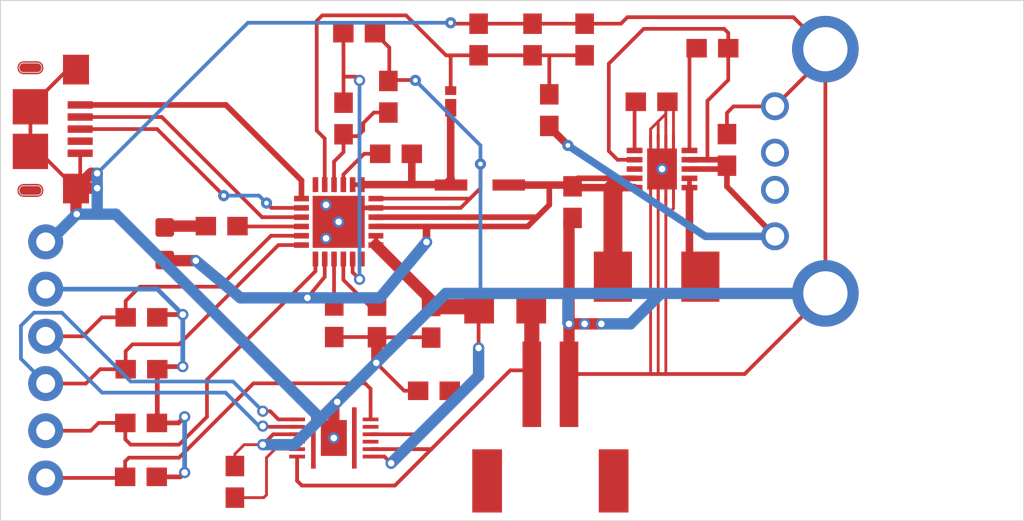
<source format=kicad_pcb>
(kicad_pcb (version 20171130) (host pcbnew "(5.1.4)-1")

  (general
    (thickness 1.6)
    (drawings 4)
    (tracks 375)
    (zones 0)
    (modules 34)
    (nets 39)
  )

  (page A4)
  (layers
    (0 Top signal)
    (31 Bottom signal)
    (32 B.Adhes user)
    (33 F.Adhes user)
    (34 B.Paste user)
    (35 F.Paste user)
    (36 B.SilkS user)
    (37 F.SilkS user)
    (38 B.Mask user)
    (39 F.Mask user)
    (40 Dwgs.User user)
    (41 Cmts.User user)
    (42 Eco1.User user)
    (43 Eco2.User user)
    (44 Edge.Cuts user)
    (45 Margin user)
    (46 B.CrtYd user)
    (47 F.CrtYd user)
    (48 B.Fab user)
    (49 F.Fab user)
  )

  (setup
    (last_trace_width 0.25)
    (trace_clearance 0.127)
    (zone_clearance 0.508)
    (zone_45_only no)
    (trace_min 0.1524)
    (via_size 0.8)
    (via_drill 0.4)
    (via_min_size 0.4)
    (via_min_drill 0.254)
    (uvia_size 0.3)
    (uvia_drill 0.1)
    (uvias_allowed no)
    (uvia_min_size 0.2)
    (uvia_min_drill 0.1)
    (edge_width 0.05)
    (segment_width 0.2)
    (pcb_text_width 0.3)
    (pcb_text_size 1.5 1.5)
    (mod_edge_width 0.12)
    (mod_text_size 1 1)
    (mod_text_width 0.15)
    (pad_size 1.524 1.524)
    (pad_drill 0.762)
    (pad_to_mask_clearance 0.051)
    (solder_mask_min_width 0.25)
    (aux_axis_origin 0 0)
    (visible_elements 7FFFFFFF)
    (pcbplotparams
      (layerselection 0x010fc_ffffffff)
      (usegerberextensions false)
      (usegerberattributes false)
      (usegerberadvancedattributes false)
      (creategerberjobfile false)
      (excludeedgelayer true)
      (linewidth 0.100000)
      (plotframeref false)
      (viasonmask false)
      (mode 1)
      (useauxorigin false)
      (hpglpennumber 1)
      (hpglpenspeed 20)
      (hpglpendiameter 15.000000)
      (psnegative false)
      (psa4output false)
      (plotreference true)
      (plotvalue true)
      (plotinvisibletext false)
      (padsonsilk false)
      (subtractmaskfromsilk false)
      (outputformat 1)
      (mirror false)
      (drillshape 1)
      (scaleselection 1)
      (outputdirectory ""))
  )

  (net 0 "")
  (net 1 GND)
  (net 2 3.3V)
  (net 3 5V)
  (net 4 "Net-(IC1-Pad24)")
  (net 5 "Net-(C4-Pad1)")
  (net 6 /REG)
  (net 7 "Net-(C3-Pad2)")
  (net 8 "Net-(C3-Pad1)")
  (net 9 /VBAT_MAIN)
  (net 10 /VBAT_CELL)
  (net 11 "Net-(IC1-Pad12)")
  (net 12 "Net-(IC1-Pad11)")
  (net 13 "Net-(IC1-Pad10)")
  (net 14 "Net-(IC1-Pad9)")
  (net 15 /CHG_INT)
  (net 16 /SDA)
  (net 17 /SCL)
  (net 18 "Net-(IC1-Pad4)")
  (net 19 "Net-(IC1-Pad3)")
  (net 20 "Net-(IC1-Pad2)")
  (net 21 "Net-(IC1-Pad1)")
  (net 22 /FUEL_INT)
  (net 23 "Net-(IC2-Pad11)")
  (net 24 "Net-(IC2-Pad10)")
  (net 25 "Net-(IC2-Pad9)")
  (net 26 "Net-(IC2-Pad6)")
  (net 27 "Net-(C10-Pad1)")
  (net 28 "Net-(IC2-Pad4)")
  (net 29 "Net-(J1-PadID)")
  (net 30 "Net-(J2-Pad3)")
  (net 31 "Net-(J2-Pad2)")
  (net 32 "Net-(J3-PadNC2)")
  (net 33 "Net-(J3-PadNC1)")
  (net 34 "Net-(D2-PadC)")
  (net 35 "Net-(IC3-Pad8)")
  (net 36 "Net-(C7-Pad1)")
  (net 37 "Net-(IC3-Pad5)")
  (net 38 "Net-(IC3-Pad1)")

  (net_class Default "This is the default net class."
    (clearance 0.127)
    (trace_width 0.25)
    (via_dia 0.8)
    (via_drill 0.4)
    (uvia_dia 0.3)
    (uvia_drill 0.1)
    (add_net /CHG_INT)
    (add_net /FUEL_INT)
    (add_net /REG)
    (add_net /SCL)
    (add_net /SDA)
    (add_net /VBAT_CELL)
    (add_net /VBAT_MAIN)
    (add_net 3.3V)
    (add_net 5V)
    (add_net GND)
    (add_net "Net-(C10-Pad1)")
    (add_net "Net-(C3-Pad1)")
    (add_net "Net-(C3-Pad2)")
    (add_net "Net-(C4-Pad1)")
    (add_net "Net-(C7-Pad1)")
    (add_net "Net-(D2-PadC)")
    (add_net "Net-(IC1-Pad1)")
    (add_net "Net-(IC1-Pad10)")
    (add_net "Net-(IC1-Pad11)")
    (add_net "Net-(IC1-Pad12)")
    (add_net "Net-(IC1-Pad2)")
    (add_net "Net-(IC1-Pad24)")
    (add_net "Net-(IC1-Pad3)")
    (add_net "Net-(IC1-Pad4)")
    (add_net "Net-(IC1-Pad9)")
    (add_net "Net-(IC2-Pad10)")
    (add_net "Net-(IC2-Pad11)")
    (add_net "Net-(IC2-Pad4)")
    (add_net "Net-(IC2-Pad6)")
    (add_net "Net-(IC2-Pad9)")
    (add_net "Net-(IC3-Pad1)")
    (add_net "Net-(IC3-Pad5)")
    (add_net "Net-(IC3-Pad8)")
    (add_net "Net-(J1-PadID)")
    (add_net "Net-(J2-Pad2)")
    (add_net "Net-(J2-Pad3)")
    (add_net "Net-(J3-PadNC1)")
    (add_net "Net-(J3-PadNC2)")
  )

  (module batteryCharger:0603 (layer Top) (tedit 5DCDFB95) (tstamp 5DC8CC28)
    (at 146.7011 93.1036 90)
    (descr "<p><b>Generic 1608 (0603) package</b></p>\n<p>0.2mm courtyard excess rounded to nearest 0.05mm.</p>")
    (path /831A5F64)
    (fp_poly (pts (xy -1.6 -0.7) (xy 1.6 -0.7) (xy 1.6 0.7) (xy -1.6 0.7)) (layer F.CrtYd) (width 0.1))
    (pad 2 smd rect (at 0.85 0 90) (size 1.1 1) (layers Top F.Paste F.Mask)
      (net 1 GND) (solder_mask_margin 0.0635))
    (pad 1 smd rect (at -0.85 0 90) (size 1.1 1) (layers Top F.Paste F.Mask)
      (net 5 "Net-(C4-Pad1)") (solder_mask_margin 0.0635))
  )

  (module batteryCharger:0603 (layer Top) (tedit 5DCDFB95) (tstamp 5DC8CA29)
    (at 160.0511 99.0436 90)
    (descr "<p><b>Generic 1608 (0603) package</b></p>\n<p>0.2mm courtyard excess rounded to nearest 0.05mm.</p>")
    (path /2CB5EB77)
    (fp_poly (pts (xy -1.6 -0.7) (xy 1.6 -0.7) (xy 1.6 0.7) (xy -1.6 0.7)) (layer F.CrtYd) (width 0.1))
    (pad 2 smd rect (at 0.85 0 90) (size 1.1 1) (layers Top F.Paste F.Mask)
      (net 1 GND) (solder_mask_margin 0.0635))
    (pad 1 smd rect (at -0.85 0 90) (size 1.1 1) (layers Top F.Paste F.Mask)
      (net 3 5V) (solder_mask_margin 0.0635))
  )

  (module batteryCharger:0603 (layer Top) (tedit 5DCDFB95) (tstamp 5DC8CA37)
    (at 151.7511 101.8536 270)
    (descr "<p><b>Generic 1608 (0603) package</b></p>\n<p>0.2mm courtyard excess rounded to nearest 0.05mm.</p>")
    (path /483159C7)
    (fp_poly (pts (xy -1.6 -0.7) (xy 1.6 -0.7) (xy 1.6 0.7) (xy -1.6 0.7)) (layer F.CrtYd) (width 0.1))
    (pad 2 smd rect (at 0.85 0 270) (size 1.1 1) (layers Top F.Paste F.Mask)
      (net 1 GND) (solder_mask_margin 0.0635))
    (pad 1 smd rect (at -0.85 0 270) (size 1.1 1) (layers Top F.Paste F.Mask)
      (net 9 /VBAT_MAIN) (solder_mask_margin 0.0635))
  )

  (module batteryCharger:0603 (layer Top) (tedit 5DCDFB95) (tstamp 5DC8CA45)
    (at 142.2611 99.2536 180)
    (descr "<p><b>Generic 1608 (0603) package</b></p>\n<p>0.2mm courtyard excess rounded to nearest 0.05mm.</p>")
    (path /24FC589D)
    (fp_poly (pts (xy -1.6 -0.7) (xy 1.6 -0.7) (xy 1.6 0.7) (xy -1.6 0.7)) (layer F.CrtYd) (width 0.1))
    (pad 2 smd rect (at 0.85 0 180) (size 1.1 1) (layers Top F.Paste F.Mask)
      (net 7 "Net-(C3-Pad2)") (solder_mask_margin 0.0635))
    (pad 1 smd rect (at -0.85 0 180) (size 1.1 1) (layers Top F.Paste F.Mask)
      (net 8 "Net-(C3-Pad1)") (solder_mask_margin 0.0635))
  )

  (module batteryCharger:0603 (layer Top) (tedit 5DCDFB95) (tstamp 5DC8CA53)
    (at 141.8511 96.1836 90)
    (descr "<p><b>Generic 1608 (0603) package</b></p>\n<p>0.2mm courtyard excess rounded to nearest 0.05mm.</p>")
    (path /DAF477DA)
    (fp_poly (pts (xy -1.6 -0.7) (xy 1.6 -0.7) (xy 1.6 0.7) (xy -1.6 0.7)) (layer F.CrtYd) (width 0.1))
    (pad 2 smd rect (at 0.85 0 90) (size 1.1 1) (layers Top F.Paste F.Mask)
      (net 1 GND) (solder_mask_margin 0.0635))
    (pad 1 smd rect (at -0.85 0 90) (size 1.1 1) (layers Top F.Paste F.Mask)
      (net 6 /REG) (solder_mask_margin 0.0635))
  )

  (module batteryCharger:0603 (layer Top) (tedit 5DCDFB95) (tstamp 5DC8CA61)
    (at 156.0011 96.4536)
    (descr "<p><b>Generic 1608 (0603) package</b></p>\n<p>0.2mm courtyard excess rounded to nearest 0.05mm.</p>")
    (path /2435BEF6)
    (fp_poly (pts (xy -1.6 -0.7) (xy 1.6 -0.7) (xy 1.6 0.7) (xy -1.6 0.7)) (layer F.CrtYd) (width 0.1))
    (pad 2 smd rect (at 0.85 0) (size 1.1 1) (layers Top F.Paste F.Mask)
      (net 1 GND) (solder_mask_margin 0.0635))
    (pad 1 smd rect (at -0.85 0) (size 1.1 1) (layers Top F.Paste F.Mask)
      (net 36 "Net-(C7-Pad1)") (solder_mask_margin 0.0635))
  )

  (module batteryCharger:0603 (layer Top) (tedit 5DCDFB95) (tstamp 5DC8CA6F)
    (at 144.1511 108.2936 270)
    (descr "<p><b>Generic 1608 (0603) package</b></p>\n<p>0.2mm courtyard excess rounded to nearest 0.05mm.</p>")
    (path /EC6A4D83)
    (fp_poly (pts (xy -1.6 -0.7) (xy 1.6 -0.7) (xy 1.6 0.7) (xy -1.6 0.7)) (layer F.CrtYd) (width 0.1))
    (pad 2 smd rect (at 0.85 0 270) (size 1.1 1) (layers Top F.Paste F.Mask)
      (net 1 GND) (solder_mask_margin 0.0635))
    (pad 1 smd rect (at -0.85 0 270) (size 1.1 1) (layers Top F.Paste F.Mask)
      (net 10 /VBAT_CELL) (solder_mask_margin 0.0635))
  )

  (module batteryCharger:LED-0603 (layer Top) (tedit 5DCE041B) (tstamp 5DC8CA7D)
    (at 129.8311 104.0936 90)
    (descr "<B>LED 0603 SMT</B><p>\n0603, surface mount.\n<p>Specifications:\n<ul><li>Pin count: 2</li>\n<li>Pin pitch:0.075inch </li>\n<li>Area: 0.06\" x 0.03\"</li>\n</ul></p>\n<p>Example device(s):\n<ul><li>LED - BLUE</li>")
    (path /8583A422)
    (fp_poly (pts (xy -1.5 -0.6) (xy 1.5 -0.6) (xy 1.5 0.6) (xy -1.5 0.6)) (layer F.CrtYd) (width 0.1))
    (pad A smd roundrect (at -0.877 0) (size 1 1) (layers Top F.Paste F.Mask) (roundrect_rratio 0.15)
      (net 9 /VBAT_MAIN) (solder_mask_margin 0.0635))
    (pad C smd roundrect (at 0.877 0) (size 1 1) (layers Top F.Paste F.Mask) (roundrect_rratio 0.15)
      (net 34 "Net-(D2-PadC)") (solder_mask_margin 0.0635))
  )

  (module batteryCharger:QFN50P400X400X100-25N (layer Top) (tedit 5DCE0483) (tstamp 5DC8CA87)
    (at 139.1811 102.9136)
    (descr "<b>RGE (S-PVQFN-N24)_2</b><br>\n")
    (path /22F7723E)
    (fp_poly (pts (xy -2.6 -2.5) (xy 2.6 -2.5) (xy 2.6 2.5) (xy -2.6 2.5)) (layer F.CrtYd) (width 0.1))
    (pad 25 smd rect (at 0 0 90) (size 2.8 2.8) (layers Top F.Paste F.Mask)
      (net 1 GND) (solder_mask_margin 0.0635))
    (pad 24 smd rect (at -1.25 -2 90) (size 0.8 0.3) (layers Top F.Paste F.Mask)
      (net 4 "Net-(IC1-Pad24)") (solder_mask_margin 0.0635))
    (pad 23 smd rect (at -0.75 -2 90) (size 0.8 0.3) (layers Top F.Paste F.Mask)
      (net 5 "Net-(C4-Pad1)") (solder_mask_margin 0.0635))
    (pad 22 smd rect (at -0.25 -2 90) (size 0.8 0.3) (layers Top F.Paste F.Mask)
      (net 6 /REG) (solder_mask_margin 0.0635))
    (pad 21 smd rect (at 0.25 -2 90) (size 0.8 0.3) (layers Top F.Paste F.Mask)
      (net 7 "Net-(C3-Pad2)") (solder_mask_margin 0.0635))
    (pad 20 smd rect (at 0.75 -2 90) (size 0.8 0.3) (layers Top F.Paste F.Mask)
      (net 8 "Net-(C3-Pad1)") (solder_mask_margin 0.0635))
    (pad 19 smd rect (at 1.25 -2 90) (size 0.8 0.3) (layers Top F.Paste F.Mask)
      (net 8 "Net-(C3-Pad1)") (solder_mask_margin 0.0635))
    (pad 18 smd rect (at 2 -1.25) (size 0.8 0.3) (layers Top F.Paste F.Mask)
      (net 1 GND) (solder_mask_margin 0.0635))
    (pad 17 smd rect (at 2 -0.75) (size 0.8 0.3) (layers Top F.Paste F.Mask)
      (net 1 GND) (solder_mask_margin 0.0635))
    (pad 16 smd rect (at 2 -0.25) (size 0.8 0.3) (layers Top F.Paste F.Mask)
      (net 9 /VBAT_MAIN) (solder_mask_margin 0.0635))
    (pad 15 smd rect (at 2 0.25) (size 0.8 0.3) (layers Top F.Paste F.Mask)
      (net 9 /VBAT_MAIN) (solder_mask_margin 0.0635))
    (pad 14 smd rect (at 2 0.75) (size 0.8 0.3) (layers Top F.Paste F.Mask)
      (net 10 /VBAT_CELL) (solder_mask_margin 0.0635))
    (pad 13 smd rect (at 2 1.25) (size 0.8 0.3) (layers Top F.Paste F.Mask)
      (net 10 /VBAT_CELL) (solder_mask_margin 0.0635))
    (pad 12 smd rect (at 1.25 2 90) (size 0.8 0.3) (layers Top F.Paste F.Mask)
      (net 11 "Net-(IC1-Pad12)") (solder_mask_margin 0.0635))
    (pad 11 smd rect (at 0.75 2 90) (size 0.8 0.3) (layers Top F.Paste F.Mask)
      (net 12 "Net-(IC1-Pad11)") (solder_mask_margin 0.0635))
    (pad 10 smd rect (at 0.25 2 90) (size 0.8 0.3) (layers Top F.Paste F.Mask)
      (net 13 "Net-(IC1-Pad10)") (solder_mask_margin 0.0635))
    (pad 9 smd rect (at -0.25 2 90) (size 0.8 0.3) (layers Top F.Paste F.Mask)
      (net 14 "Net-(IC1-Pad9)") (solder_mask_margin 0.0635))
    (pad 8 smd rect (at -0.75 2 90) (size 0.8 0.3) (layers Top F.Paste F.Mask)
      (net 9 /VBAT_MAIN) (solder_mask_margin 0.0635))
    (pad 7 smd rect (at -1.25 2 90) (size 0.8 0.3) (layers Top F.Paste F.Mask)
      (net 15 /CHG_INT) (solder_mask_margin 0.0635))
    (pad 6 smd rect (at -2 1.25) (size 0.8 0.3) (layers Top F.Paste F.Mask)
      (net 16 /SDA) (solder_mask_margin 0.0635))
    (pad 5 smd rect (at -2 0.75) (size 0.8 0.3) (layers Top F.Paste F.Mask)
      (net 17 /SCL) (solder_mask_margin 0.0635))
    (pad 4 smd rect (at -2 0.25) (size 0.8 0.3) (layers Top F.Paste F.Mask)
      (net 18 "Net-(IC1-Pad4)") (solder_mask_margin 0.0635))
    (pad 3 smd rect (at -2 -0.25) (size 0.8 0.3) (layers Top F.Paste F.Mask)
      (net 19 "Net-(IC1-Pad3)") (solder_mask_margin 0.0635))
    (pad 2 smd rect (at -2 -0.75) (size 0.8 0.3) (layers Top F.Paste F.Mask)
      (net 20 "Net-(IC1-Pad2)") (solder_mask_margin 0.0635))
    (pad 1 smd rect (at -2 -1.25) (size 0.8 0.3) (layers Top F.Paste F.Mask)
      (net 21 "Net-(IC1-Pad1)") (solder_mask_margin 0.0635))
  )

  (module batteryCharger:BQ27441DRZRG1A (layer Top) (tedit 5DCDFC87) (tstamp 5DC8CAAD)
    (at 138.9211 114.5436 270)
    (descr "<b>DRZ (S-PDSO-N12)</b><br>\n")
    (path /BC34DC86)
    (fp_poly (pts (xy -1.75 -2.5) (xy 1.75 -2.5) (xy 1.75 2.5) (xy -1.75 2.5)) (layer F.CrtYd) (width 0.1))
    (pad 15 smd rect (at 0 1.1 270) (size 3.3 0.25) (layers Top F.Paste F.Mask)
      (solder_mask_margin 0.0635))
    (pad 14 smd rect (at 0 -1.1 270) (size 3.3 0.25) (layers Top F.Paste F.Mask)
      (solder_mask_margin 0.0635))
    (pad 13 smd custom (at 0 0) (size 1.397 1.9304) (layers Top F.Paste F.Mask)
      (net 1 GND) (solder_mask_margin 0.0635) (zone_connect 0)
      (options (clearance outline) (anchor rect))
      (primitives
      ))
    (pad 12 smd rect (at -1 -1.975) (size 0.85 0.2) (layers Top F.Paste F.Mask)
      (net 22 /FUEL_INT) (solder_mask_margin 0.0635))
    (pad 11 smd rect (at -0.6 -1.975) (size 0.85 0.2) (layers Top F.Paste F.Mask)
      (net 23 "Net-(IC2-Pad11)") (solder_mask_margin 0.0635))
    (pad 10 smd rect (at -0.2 -1.975) (size 0.85 0.2) (layers Top F.Paste F.Mask)
      (net 24 "Net-(IC2-Pad10)") (solder_mask_margin 0.0635))
    (pad 9 smd rect (at 0.2 -1.975) (size 0.85 0.2) (layers Top F.Paste F.Mask)
      (net 25 "Net-(IC2-Pad9)") (solder_mask_margin 0.0635))
    (pad 8 smd rect (at 0.6 -1.975) (size 0.85 0.2) (layers Top F.Paste F.Mask)
      (net 26 "Net-(IC2-Pad6)") (solder_mask_margin 0.0635))
    (pad 7 smd rect (at 1 -1.975) (size 0.85 0.2) (layers Top F.Paste F.Mask)
      (net 10 /VBAT_CELL) (solder_mask_margin 0.0635))
    (pad 6 smd rect (at 1 1.975) (size 0.85 0.2) (layers Top F.Paste F.Mask)
      (net 26 "Net-(IC2-Pad6)") (solder_mask_margin 0.0635))
    (pad 5 smd rect (at 0.6 1.975) (size 0.85 0.2) (layers Top F.Paste F.Mask)
      (net 27 "Net-(C10-Pad1)") (solder_mask_margin 0.0635))
    (pad 4 smd rect (at 0.2 1.975) (size 0.85 0.2) (layers Top F.Paste F.Mask)
      (net 28 "Net-(IC2-Pad4)") (solder_mask_margin 0.0635))
    (pad 3 smd rect (at -0.2 1.975) (size 0.85 0.2) (layers Top F.Paste F.Mask)
      (net 1 GND) (solder_mask_margin 0.0635))
    (pad 2 smd rect (at -0.6 1.975) (size 0.85 0.2) (layers Top F.Paste F.Mask)
      (net 17 /SCL) (solder_mask_margin 0.0635))
    (pad 1 smd rect (at -1 1.975) (size 0.85 0.2) (layers Top F.Paste F.Mask)
      (net 16 /SDA) (solder_mask_margin 0.0635))
  )

  (module batteryCharger:SON50P300X300X100-11N (layer Top) (tedit 5DCE04B8) (tstamp 5DC8CACF)
    (at 156.5611 100.0736 180)
    (descr "<b>DRC (S-PVSON-N10) D-shape_1</b><br>\n")
    (path /B686635D)
    (fp_poly (pts (xy -2.1 -1.9) (xy 2 -1.9) (xy 2 1.9) (xy -2.1 1.9)) (layer F.CrtYd) (width 0.1))
    (fp_poly (pts (xy -1.877063 0.876306) (xy -1.877063 1.125225) (xy -1.071882 1.125225) (xy -1.071882 0.876306)) (layer F.Paste) (width 0))
    (fp_poly (pts (xy -1.871982 0.375925) (xy -1.871982 0.624844) (xy -1.0668 0.624844) (xy -1.0668 0.375925)) (layer F.Paste) (width 0))
    (fp_poly (pts (xy -1.877062 -0.124456) (xy -1.877062 0.124463) (xy -1.071882 0.124463) (xy -1.071882 -0.124456)) (layer F.Paste) (width 0))
    (fp_poly (pts (xy -1.879603 -0.624837) (xy -1.879603 -0.375919) (xy -1.074422 -0.375919) (xy -1.074422 -0.624837)) (layer F.Paste) (width 0))
    (fp_poly (pts (xy -1.877063 -1.125218) (xy -1.877063 -0.876299) (xy -1.071881 -0.876299) (xy -1.071881 -1.125218)) (layer F.Paste) (width 0))
    (fp_poly (pts (xy 1.074418 0.87884) (xy 1.074418 1.127758) (xy 1.879599 1.127758) (xy 1.879599 0.87884)) (layer F.Paste) (width 0))
    (fp_poly (pts (xy 1.071877 0.375921) (xy 1.071877 0.62484) (xy 1.877058 0.62484) (xy 1.877058 0.375921)) (layer F.Paste) (width 0))
    (fp_poly (pts (xy 1.069337 -0.124459) (xy 1.069337 0.12446) (xy 1.874517 0.12446) (xy 1.874517 -0.124459)) (layer F.Paste) (width 0))
    (fp_poly (pts (xy 1.071877 -0.624837) (xy 1.071877 -0.375918) (xy 1.877058 -0.375918) (xy 1.877058 -0.624837)) (layer F.Paste) (width 0))
    (fp_poly (pts (xy 1.071877 -0.624837) (xy 1.071877 -0.375918) (xy 1.877058 -0.375918) (xy 1.877058 -0.624837)) (layer F.Paste) (width 0))
    (fp_poly (pts (xy 1.074418 -1.125218) (xy 1.074418 -0.8763) (xy 1.8796 -0.8763) (xy 1.8796 -1.125218)) (layer F.Paste) (width 0))
    (pad GND@7 smd rect (at 0.205 1.455 180) (size 0.16 0.762) (layers Top F.Paste F.Mask)
      (net 1 GND) (solder_mask_margin 0.0635))
    (pad GND@6 smd rect (at -0.205 1.455 180) (size 0.16 0.762) (layers Top F.Paste F.Mask)
      (net 1 GND) (solder_mask_margin 0.0635))
    (pad GND@8 smd rect (at 0.615 1.455 180) (size 0.16 0.762) (layers Top F.Paste F.Mask)
      (net 1 GND) (solder_mask_margin 0.0635))
    (pad GND@5 smd rect (at -0.615 1.455 180) (size 0.16 0.762) (layers Top F.Paste F.Mask)
      (net 1 GND) (solder_mask_margin 0.0635))
    (pad GND@3 smd rect (at 0.205 -1.45 180) (size 0.16 0.762) (layers Top F.Paste F.Mask)
      (net 1 GND) (solder_mask_margin 0.0635))
    (pad GND@2 smd rect (at -0.205 -1.45 180) (size 0.16 0.762) (layers Top F.Paste F.Mask)
      (net 1 GND) (solder_mask_margin 0.0635))
    (pad GND@4 smd rect (at 0.615 -1.45 180) (size 0.16 0.762) (layers Top F.Paste F.Mask)
      (net 1 GND) (solder_mask_margin 0.0635))
    (pad GND@9 smd rect (at 0 0.004 180) (size 1.6 2.2098) (layers Top F.Paste F.Mask)
      (net 1 GND) (solder_mask_margin 0.0635))
    (pad GND@1 smd rect (at -0.615 -1.45 180) (size 0.16 0.762) (layers Top F.Paste F.Mask)
      (net 1 GND) (solder_mask_margin 0.0635))
    (pad 10 smd rect (at 1.475 -1 180) (size 0.85 0.2968) (layers Top F.Mask)
      (net 9 /VBAT_MAIN) (solder_mask_margin 0.0635))
    (pad 9 smd rect (at 1.475 -0.5 180) (size 0.85 0.2968) (layers Top F.Mask)
      (net 9 /VBAT_MAIN) (solder_mask_margin 0.0635))
    (pad 8 smd rect (at 1.475 0 180) (size 0.85 0.2968) (layers Top F.Mask)
      (net 35 "Net-(IC3-Pad8)") (solder_mask_margin 0.0635))
    (pad 7 smd rect (at 1.475 0.5 180) (size 0.85 0.2968) (layers Top F.Mask)
      (net 3 5V) (solder_mask_margin 0.0635))
    (pad 6 smd rect (at 1.475 1 180) (size 0.85 0.2968) (layers Top F.Mask)
      (net 36 "Net-(C7-Pad1)") (solder_mask_margin 0.0635))
    (pad 5 smd rect (at -1.475 1 180) (size 0.85 0.2968) (layers Top F.Mask)
      (net 37 "Net-(IC3-Pad5)") (solder_mask_margin 0.0635))
    (pad 4 smd rect (at -1.475 0.5 180) (size 0.85 0.2968) (layers Top F.Mask)
      (net 3 5V) (solder_mask_margin 0.0635))
    (pad 3 smd rect (at -1.475 0 180) (size 0.85 0.2968) (layers Top F.Mask)
      (net 3 5V) (solder_mask_margin 0.0635))
    (pad 2 smd rect (at -1.475 -0.5 180) (size 0.85 0.2968) (layers Top F.Mask)
      (net 38 "Net-(IC3-Pad1)") (solder_mask_margin 0.0635))
    (pad 1 smd rect (at -1.475 -1 180) (size 0.85 0.2968) (layers Top F.Mask)
      (net 38 "Net-(IC3-Pad1)") (solder_mask_margin 0.0635))
  )

  (module batteryCharger:10118193-0001LF (layer Top) (tedit 5DCDFC4E) (tstamp 5DC8CAF9)
    (at 122.6111 97.9236 270)
    (path /449C7C68)
    (fp_poly (pts (xy -4.25 -3.5) (xy 4.25 -3.5) (xy 4.25 1) (xy -4.25 1)) (layer F.CrtYd) (width 0.1))
    (fp_poly (pts (xy 2.9 -0.4) (xy 2.9 0.45) (xy 2.945776 0.580133) (xy 3.037868 0.682843)
      (xy 3.3 0.75) (xy 3.445409 0.731022) (xy 3.572487 0.657843) (xy 3.7 0.4)
      (xy 3.7 -0.45) (xy 3.654224 -0.580133) (xy 3.562132 -0.682843) (xy 3.3 -0.75)
      (xy 3.154591 -0.731022) (xy 3.027513 -0.657843)) (layer F.Mask) (width 0))
    (fp_poly (pts (xy -3.7 -0.45) (xy -3.7 0.4) (xy -3.661888 0.541603) (xy -3.572487 0.657843)
      (xy -3.3 0.75) (xy -3.162255 0.742492) (xy -3.037868 0.682843) (xy -2.945776 0.580133)
      (xy -2.9 0.45) (xy -2.9 -0.4) (xy -2.938112 -0.541603) (xy -3.027513 -0.657843)
      (xy -3.3 -0.75) (xy -3.437745 -0.742492) (xy -3.562132 -0.682843)) (layer F.Mask) (width 0))
    (fp_poly (pts (xy 2.95 -0.4) (xy 2.95 0.4) (xy 3.006042 0.559151) (xy 3.134151 0.668958)
      (xy 3.3 0.7) (xy 3.465849 0.668958) (xy 3.593958 0.559151) (xy 3.65 0.4)
      (xy 3.65 -0.4) (xy 3.593958 -0.559151) (xy 3.465849 -0.668958) (xy 3.3 -0.7)
      (xy 3.134151 -0.668958) (xy 3.006042 -0.559151)) (layer F.Paste) (width 0))
    (fp_poly (pts (xy -3.65 -0.4) (xy -3.65 0.4) (xy -3.593958 0.559151) (xy -3.465849 0.668958)
      (xy -3.3 0.7) (xy -3.134151 0.668958) (xy -3.006042 0.559151) (xy -2.95 0.4)
      (xy -2.95 -0.4) (xy -3.006042 -0.559151) (xy -3.134151 -0.668958) (xy -3.3 -0.7)
      (xy -3.465849 -0.668958) (xy -3.593958 -0.559151)) (layer F.Paste) (width 0))
    (fp_arc (start 3.275 -0.375) (end 3.05 -0.4) (angle 90) (layer Edge.Cuts) (width 0.05))
    (fp_line (start 3.05 0.4) (end 3.05 -0.4) (layer Edge.Cuts) (width 0.05))
    (fp_arc (start 3.275 0.375) (end 3.3 0.6) (angle 90) (layer Edge.Cuts) (width 0.05))
    (fp_arc (start 3.325 0.375) (end 3.55 0.4) (angle 90) (layer Edge.Cuts) (width 0.05))
    (fp_line (start 3.55 -0.4) (end 3.55 0.4) (layer Edge.Cuts) (width 0.05))
    (fp_arc (start 3.325 -0.375) (end 3.3 -0.6) (angle 90) (layer Edge.Cuts) (width 0.05))
    (fp_poly (pts (xy 2.95 -0.4) (xy 2.95 0.4) (xy 3.006042 0.559151) (xy 3.134151 0.668958)
      (xy 3.3 0.7) (xy 3.465849 0.668958) (xy 3.593958 0.559151) (xy 3.65 0.4)
      (xy 3.65 -0.4) (xy 3.593958 -0.559151) (xy 3.465849 -0.668958) (xy 3.3 -0.7)
      (xy 3.134151 -0.668958) (xy 3.006042 -0.559151)) (layer Top) (width 0))
    (fp_arc (start -3.325 -0.375) (end -3.55 -0.4) (angle 90) (layer Edge.Cuts) (width 0.05))
    (fp_line (start -3.55 0.4) (end -3.55 -0.4) (layer Edge.Cuts) (width 0.05))
    (fp_arc (start -3.325 0.375) (end -3.3 0.6) (angle 90) (layer Edge.Cuts) (width 0.05))
    (fp_arc (start -3.275 0.375) (end -3.05 0.4) (angle 90) (layer Edge.Cuts) (width 0.05))
    (fp_line (start -3.05 -0.4) (end -3.05 0.4) (layer Edge.Cuts) (width 0.05))
    (fp_arc (start -3.275 -0.375) (end -3.3 -0.6) (angle 90) (layer Edge.Cuts) (width 0.05))
    (fp_poly (pts (xy -3.65 -0.4) (xy -3.65 0.4) (xy -3.593958 0.559151) (xy -3.465849 0.668958)
      (xy -3.3 0.7) (xy -3.134151 0.668958) (xy -3.006042 0.559151) (xy -2.95 0.4)
      (xy -2.95 -0.4) (xy -3.006042 -0.559151) (xy -3.134151 -0.668958) (xy -3.3 -0.7)
      (xy -3.465849 -0.668958) (xy -3.593958 -0.559151)) (layer Top) (width 0))
    (pad SHIELD$4 smd rect (at 1.2 0 270) (size 1.9 1.9) (layers Top F.Paste F.Mask)
      (net 1 GND) (solder_mask_margin 0.0635))
    (pad SHIELD$3 smd rect (at -1.2 0 270) (size 1.9 1.9) (layers Top F.Paste F.Mask)
      (net 1 GND) (solder_mask_margin 0.0635))
    (pad GND smd rect (at 1.3 -2.675 270) (size 0.4 1.35) (layers Top F.Paste F.Mask)
      (net 1 GND) (solder_mask_margin 0.0635))
    (pad VCC smd rect (at -1.3 -2.675 270) (size 0.4 1.35) (layers Top F.Paste F.Mask)
      (net 21 "Net-(IC1-Pad1)") (solder_mask_margin 0.0635))
    (pad D- smd rect (at -0.65 -2.675 270) (size 0.4 1.35) (layers Top F.Paste F.Mask)
      (net 19 "Net-(IC1-Pad3)") (solder_mask_margin 0.0635))
    (pad ID smd rect (at 0.65 -2.675 270) (size 0.4 1.35) (layers Top F.Paste F.Mask)
      (net 29 "Net-(J1-PadID)") (solder_mask_margin 0.0635))
    (pad D+ smd rect (at 0 -2.675 270) (size 0.4 1.35) (layers Top F.Paste F.Mask)
      (net 20 "Net-(IC1-Pad2)") (solder_mask_margin 0.0635))
    (pad SHIELD$2 smd rect (at 3.2 -2.45 270) (size 1.6 1.4) (layers Top F.Paste F.Mask)
      (net 1 GND) (solder_mask_margin 0.0635))
    (pad SHIELD$1 smd rect (at -3.2 -2.45 270) (size 1.6 1.4) (layers Top F.Paste F.Mask)
      (net 1 GND) (solder_mask_margin 0.0635))
  )

  (module batteryCharger:UE27AC54100 (layer Top) (tedit 5DCE0580) (tstamp 5DC8CB18)
    (at 162.6311 100.1936 90)
    (descr "<b>UE27AC54100</b><br>\n")
    (path /C3E76336)
    (fp_poly (pts (xy -6.6 -0.9) (xy 6.6 -0.9) (xy 6.6 13.1) (xy -6.6 13.1)
      (xy -6.6 -0.8)) (layer F.CrtYd) (width 0.1))
    (pad 6 thru_hole circle (at 6.57 2.71 90) (size 3.58 3.58) (drill 2.38) (layers *.Cu *.Mask)
      (net 1 GND) (solder_mask_margin 0.0635))
    (pad 5 thru_hole circle (at -6.57 2.71 90) (size 3.58 3.58) (drill 2.38) (layers *.Cu *.Mask)
      (net 1 GND) (solder_mask_margin 0.0635))
    (pad 4 thru_hole circle (at 3.5 0 90) (size 1.5 1.5) (drill 1) (layers *.Cu *.Mask)
      (net 1 GND) (solder_mask_margin 0.0635))
    (pad 3 thru_hole circle (at 1 0 90) (size 1.5 1.5) (drill 1) (layers *.Cu *.Mask)
      (net 30 "Net-(J2-Pad3)") (solder_mask_margin 0.0635))
    (pad 2 thru_hole circle (at -1 0 90) (size 1.5 1.5) (drill 1) (layers *.Cu *.Mask)
      (net 31 "Net-(J2-Pad2)") (solder_mask_margin 0.0635))
    (pad 1 thru_hole circle (at -3.5 0 90) (size 1.5 1.5) (drill 1) (layers *.Cu *.Mask)
      (net 3 5V) (solder_mask_margin 0.0635))
  )

  (module batteryCharger:JST-2-SMD (layer Top) (tedit 5DCE038C) (tstamp 5DC8CB2B)
    (at 150.5611 115.3536 180)
    (descr "<h3>JST-Right Angle Male Header SMT</h3>\n<p>Specifications:\n<ul><li>Pin count: 2</li>\n<li>Pin pitch: 2mm</li>\n</ul></p>\n<p><a href=”http://www.4uconnector.com/online/object/4udrawing/20404.pdf”>Datasheet referenced for footprint</a></p>\n<p>Example device(s):\n<ul><li>CONN_02</li>\n<li>JST_2MM_MALE</li>\n</ul></p>")
    (path /B665FDA9)
    (fp_poly (pts (xy -4.5 -3.1) (xy 4.4 -3.1) (xy 4.4 4.6) (xy -4.5 4.6)) (layer F.CrtYd) (width 0.1))
    (pad NC2 smd rect (at 3.4 -1.5 270) (size 3.4 1.6) (layers Top F.Paste F.Mask)
      (net 32 "Net-(J3-PadNC2)") (solder_mask_margin 0.0635))
    (pad NC1 smd rect (at -3.4 -1.5 270) (size 3.4 1.6) (layers Top F.Paste F.Mask)
      (net 33 "Net-(J3-PadNC1)") (solder_mask_margin 0.0635))
    (pad 2 smd rect (at 1 3.7 180) (size 1 4.6) (layers Top F.Paste F.Mask)
      (net 26 "Net-(IC2-Pad6)") (solder_mask_margin 0.0635))
    (pad 1 smd rect (at -1 3.7 180) (size 1 4.6) (layers Top F.Paste F.Mask)
      (net 1 GND) (solder_mask_margin 0.0635))
  )

  (module batteryCharger:1X06 (layer Top) (tedit 5DCDF9C7) (tstamp 5DC8CB3B)
    (at 123.4311 116.6936 90)
    (descr "<h3>Plated Through Hole - 6 Pin</h3>\n<p>Specifications:\n<ul><li>Pin count:6</li>\n<li>Pin pitch:0.1\"</li>\n</ul></p>\n<p>Example device(s):\n<ul><li>CONN_06</li>\n</ul></p>")
    (path /FA7CA15B)
    (fp_poly (pts (xy -1 -1) (xy 13.75 -1) (xy 13.75 1) (xy -1 1)) (layer F.CrtYd) (width 0.1))
    (fp_poly (pts (xy -1 -1) (xy 13.75 -1) (xy 13.75 1) (xy -1 1)) (layer B.CrtYd) (width 0.1))
    (pad 6 thru_hole circle (at 12.7 0 180) (size 1.8796 1.8796) (drill 1.016) (layers *.Cu *.Mask)
      (net 1 GND) (solder_mask_margin 0.0635))
    (pad 5 thru_hole circle (at 10.16 0 180) (size 1.8796 1.8796) (drill 1.016) (layers *.Cu *.Mask)
      (net 2 3.3V) (solder_mask_margin 0.0635))
    (pad 4 thru_hole circle (at 7.62 0 180) (size 1.8796 1.8796) (drill 1.016) (layers *.Cu *.Mask)
      (net 17 /SCL) (solder_mask_margin 0.0635))
    (pad 3 thru_hole circle (at 5.08 0 180) (size 1.8796 1.8796) (drill 1.016) (layers *.Cu *.Mask)
      (net 16 /SDA) (solder_mask_margin 0.0635))
    (pad 2 thru_hole circle (at 2.54 0 180) (size 1.8796 1.8796) (drill 1.016) (layers *.Cu *.Mask)
      (net 15 /CHG_INT) (solder_mask_margin 0.0635))
    (pad 1 thru_hole circle (at 0 0 180) (size 1.8796 1.8796) (drill 1.016) (layers *.Cu *.Mask)
      (net 22 /FUEL_INT) (solder_mask_margin 0.0635))
  )

  (module batteryCharger:INDPM3630X200N (layer Top) (tedit 5DCE02B9) (tstamp 5DC8CB70)
    (at 146.7711 100.9336)
    (descr "<b>L1</b><br>\n")
    (path /FF1B59BB)
    (fp_poly (pts (xy -2.7 -1.9) (xy 2.7 -1.9) (xy 2.7 1.9) (xy -2.7 1.9)) (layer F.CrtYd) (width 0.1))
    (pad 2 smd rect (at 1.55 0) (size 1.75 0.6) (layers Top F.Paste F.Mask)
      (net 9 /VBAT_MAIN) (solder_mask_margin 0.0635))
    (pad 1 smd rect (at -1.55 0) (size 1.75 0.6) (layers Top F.Paste F.Mask)
      (net 8 "Net-(C3-Pad1)") (solder_mask_margin 0.0635))
  )

  (module batteryCharger:INDPM5552X200N (layer Top) (tedit 5DCE0311) (tstamp 5DC8CB7F)
    (at 156.2711 105.8636)
    (descr "<b>IHLP2020_1</b><br>\n")
    (path /B1AD6528)
    (fp_poly (pts (xy -3.7 -3) (xy 3.7 -3) (xy 3.7 3) (xy -3.7 3)) (layer F.CrtYd) (width 0.1))
    (pad 2 smd rect (at 2.35 0 90) (size 2.7 2.05) (layers Top F.Paste F.Mask)
      (net 38 "Net-(IC3-Pad1)") (solder_mask_margin 0.0635))
    (pad 1 smd rect (at -2.35 0 90) (size 2.7 2.05) (layers Top F.Paste F.Mask)
      (net 9 /VBAT_MAIN) (solder_mask_margin 0.0635))
  )

  (module batteryCharger:0603 (layer Top) (tedit 5DCDFB95) (tstamp 5DC8CB8E)
    (at 128.5811 108.0536)
    (descr "<p><b>Generic 1608 (0603) package</b></p>\n<p>0.2mm courtyard excess rounded to nearest 0.05mm.</p>")
    (path /5FC72806)
    (fp_poly (pts (xy -1.6 -0.7) (xy 1.6 -0.7) (xy 1.6 0.7) (xy -1.6 0.7)) (layer F.CrtYd) (width 0.1))
    (pad 2 smd rect (at 0.85 0) (size 1.1 1) (layers Top F.Paste F.Mask)
      (net 2 3.3V) (solder_mask_margin 0.0635))
    (pad 1 smd rect (at -0.85 0) (size 1.1 1) (layers Top F.Paste F.Mask)
      (net 17 /SCL) (solder_mask_margin 0.0635))
  )

  (module batteryCharger:0603 (layer Top) (tedit 5DCDFB95) (tstamp 5DC8CB9C)
    (at 132.8911 103.1436)
    (descr "<p><b>Generic 1608 (0603) package</b></p>\n<p>0.2mm courtyard excess rounded to nearest 0.05mm.</p>")
    (path /1BAF28D4)
    (fp_poly (pts (xy -1.6 -0.7) (xy 1.6 -0.7) (xy 1.6 0.7) (xy -1.6 0.7)) (layer F.CrtYd) (width 0.1))
    (pad 2 smd rect (at 0.85 0) (size 1.1 1) (layers Top F.Paste F.Mask)
      (net 18 "Net-(IC1-Pad4)") (solder_mask_margin 0.0635))
    (pad 1 smd rect (at -0.85 0) (size 1.1 1) (layers Top F.Paste F.Mask)
      (net 34 "Net-(D2-PadC)") (solder_mask_margin 0.0635))
  )

  (module batteryCharger:0603 (layer Top) (tedit 5DCDFB95) (tstamp 5DC8CBAA)
    (at 128.5811 110.8436)
    (descr "<p><b>Generic 1608 (0603) package</b></p>\n<p>0.2mm courtyard excess rounded to nearest 0.05mm.</p>")
    (path /369C72E5)
    (fp_poly (pts (xy -1.6 -0.7) (xy 1.6 -0.7) (xy 1.6 0.7) (xy -1.6 0.7)) (layer F.CrtYd) (width 0.1))
    (pad 2 smd rect (at 0.85 0) (size 1.1 1) (layers Top F.Paste F.Mask)
      (net 2 3.3V) (solder_mask_margin 0.0635))
    (pad 1 smd rect (at -0.85 0) (size 1.1 1) (layers Top F.Paste F.Mask)
      (net 16 /SDA) (solder_mask_margin 0.0635))
  )

  (module batteryCharger:0603 (layer Top) (tedit 5DCDFB95) (tstamp 5DC8CBB8)
    (at 128.5611 113.7336)
    (descr "<p><b>Generic 1608 (0603) package</b></p>\n<p>0.2mm courtyard excess rounded to nearest 0.05mm.</p>")
    (path /F9C269AE)
    (fp_poly (pts (xy -1.6 -0.7) (xy 1.6 -0.7) (xy 1.6 0.7) (xy -1.6 0.7)) (layer F.CrtYd) (width 0.1))
    (pad 2 smd rect (at 0.85 0) (size 1.1 1) (layers Top F.Paste F.Mask)
      (net 2 3.3V) (solder_mask_margin 0.0635))
    (pad 1 smd rect (at -0.85 0) (size 1.1 1) (layers Top F.Paste F.Mask)
      (net 15 /CHG_INT) (solder_mask_margin 0.0635))
  )

  (module batteryCharger:0603 (layer Top) (tedit 5DCDFB95) (tstamp 5DC8CBC6)
    (at 128.5511 116.6336)
    (descr "<p><b>Generic 1608 (0603) package</b></p>\n<p>0.2mm courtyard excess rounded to nearest 0.05mm.</p>")
    (path /5685369C)
    (fp_poly (pts (xy -1.6 -0.7) (xy 1.6 -0.7) (xy 1.6 0.7) (xy -1.6 0.7)) (layer F.CrtYd) (width 0.1))
    (pad 2 smd rect (at 0.85 0) (size 1.1 1) (layers Top F.Paste F.Mask)
      (net 2 3.3V) (solder_mask_margin 0.0635))
    (pad 1 smd rect (at -0.85 0) (size 1.1 1) (layers Top F.Paste F.Mask)
      (net 22 /FUEL_INT) (solder_mask_margin 0.0635))
  )

  (module batteryCharger:0603 (layer Top) (tedit 5DCDFB95) (tstamp 5DC8CBD4)
    (at 159.2711 93.5736 180)
    (descr "<p><b>Generic 1608 (0603) package</b></p>\n<p>0.2mm courtyard excess rounded to nearest 0.05mm.</p>")
    (path /E6E45E78)
    (fp_poly (pts (xy -1.6 -0.7) (xy 1.6 -0.7) (xy 1.6 0.7) (xy -1.6 0.7)) (layer F.CrtYd) (width 0.1))
    (pad 2 smd rect (at 0.85 0 180) (size 1.1 1) (layers Top F.Paste F.Mask)
      (net 37 "Net-(IC3-Pad5)") (solder_mask_margin 0.0635))
    (pad 1 smd rect (at -0.85 0 180) (size 1.1 1) (layers Top F.Paste F.Mask)
      (net 3 5V) (solder_mask_margin 0.0635))
  )

  (module batteryCharger:0603 (layer Top) (tedit 5DCDFB95) (tstamp 5DC8CBE2)
    (at 139.4411 97.3536 90)
    (descr "<p><b>Generic 1608 (0603) package</b></p>\n<p>0.2mm courtyard excess rounded to nearest 0.05mm.</p>")
    (path /ABABC248)
    (fp_poly (pts (xy -1.6 -0.7) (xy 1.6 -0.7) (xy 1.6 0.7) (xy -1.6 0.7)) (layer F.CrtYd) (width 0.1))
    (pad 2 smd rect (at 0.85 0 90) (size 1.1 1) (layers Top F.Paste F.Mask)
      (net 12 "Net-(IC1-Pad11)") (solder_mask_margin 0.0635))
    (pad 1 smd rect (at -0.85 0 90) (size 1.1 1) (layers Top F.Paste F.Mask)
      (net 6 /REG) (solder_mask_margin 0.0635))
  )

  (module batteryCharger:0603 (layer Top) (tedit 5DCDFB95) (tstamp 5DC8CBF0)
    (at 138.9411 108.2636 90)
    (descr "<p><b>Generic 1608 (0603) package</b></p>\n<p>0.2mm courtyard excess rounded to nearest 0.05mm.</p>")
    (path /B13F4994)
    (fp_poly (pts (xy -1.6 -0.7) (xy 1.6 -0.7) (xy 1.6 0.7) (xy -1.6 0.7)) (layer F.CrtYd) (width 0.1))
    (pad 2 smd rect (at 0.85 0 90) (size 1.1 1) (layers Top F.Paste F.Mask)
      (net 14 "Net-(IC1-Pad9)") (solder_mask_margin 0.0635))
    (pad 1 smd rect (at -0.85 0 90) (size 1.1 1) (layers Top F.Paste F.Mask)
      (net 1 GND) (solder_mask_margin 0.0635))
  )

  (module batteryCharger:0603 (layer Top) (tedit 5DCDFB95) (tstamp 5DC8CBFE)
    (at 141.2411 108.2736 90)
    (descr "<p><b>Generic 1608 (0603) package</b></p>\n<p>0.2mm courtyard excess rounded to nearest 0.05mm.</p>")
    (path /F7794FAD)
    (fp_poly (pts (xy -1.6 -0.7) (xy 1.6 -0.7) (xy 1.6 0.7) (xy -1.6 0.7)) (layer F.CrtYd) (width 0.1))
    (pad 2 smd rect (at 0.85 0 90) (size 1.1 1) (layers Top F.Paste F.Mask)
      (net 13 "Net-(IC1-Pad10)") (solder_mask_margin 0.0635))
    (pad 1 smd rect (at -0.85 0 90) (size 1.1 1) (layers Top F.Paste F.Mask)
      (net 1 GND) (solder_mask_margin 0.0635))
  )

  (module batteryCharger:0603 (layer Top) (tedit 5DCDFB95) (tstamp 5DC8CC0C)
    (at 140.2811 92.7636 180)
    (descr "<p><b>Generic 1608 (0603) package</b></p>\n<p>0.2mm courtyard excess rounded to nearest 0.05mm.</p>")
    (path /1047F363)
    (fp_poly (pts (xy -1.6 -0.7) (xy 1.6 -0.7) (xy 1.6 0.7) (xy -1.6 0.7)) (layer F.CrtYd) (width 0.1))
    (pad 2 smd rect (at 0.85 0 180) (size 1.1 1) (layers Top F.Paste F.Mask)
      (net 12 "Net-(IC1-Pad11)") (solder_mask_margin 0.0635))
    (pad 1 smd rect (at -0.85 0 180) (size 1.1 1) (layers Top F.Paste F.Mask)
      (net 1 GND) (solder_mask_margin 0.0635))
  )

  (module batteryCharger:1206 (layer Top) (tedit 5DCDFBCD) (tstamp 5DC8CC1A)
    (at 148.1311 107.4836)
    (descr "<p><b>Generic 3216 (1206) package</b></p>\n<p>0.2mm courtyard excess rounded to nearest 0.05mm.</p>")
    (path /9C52F595)
    (fp_poly (pts (xy -2.4 -1.1) (xy 2.4 -1.1) (xy 2.4 1.1) (xy -2.4 1.1)) (layer F.CrtYd) (width 0.1))
    (pad 2 smd rect (at 1.4 0) (size 1.6 1.8) (layers Top F.Paste F.Mask)
      (net 26 "Net-(IC2-Pad6)") (solder_mask_margin 0.0635))
    (pad 1 smd rect (at -1.4 0) (size 1.6 1.8) (layers Top F.Paste F.Mask)
      (net 10 /VBAT_CELL) (solder_mask_margin 0.0635))
  )

  (module batteryCharger:0603 (layer Top) (tedit 5DCDFB95) (tstamp 5DC8CC36)
    (at 149.6011 93.1036 90)
    (descr "<p><b>Generic 1608 (0603) package</b></p>\n<p>0.2mm courtyard excess rounded to nearest 0.05mm.</p>")
    (path /04BD8970)
    (fp_poly (pts (xy -1.6 -0.7) (xy 1.6 -0.7) (xy 1.6 0.7) (xy -1.6 0.7)) (layer F.CrtYd) (width 0.1))
    (pad 2 smd rect (at 0.85 0 90) (size 1.1 1) (layers Top F.Paste F.Mask)
      (net 1 GND) (solder_mask_margin 0.0635))
    (pad 1 smd rect (at -0.85 0 90) (size 1.1 1) (layers Top F.Paste F.Mask)
      (net 5 "Net-(C4-Pad1)") (solder_mask_margin 0.0635))
  )

  (module batteryCharger:0603 (layer Top) (tedit 5DCDFB95) (tstamp 5DC8CC44)
    (at 152.4011 93.1036 90)
    (descr "<p><b>Generic 1608 (0603) package</b></p>\n<p>0.2mm courtyard excess rounded to nearest 0.05mm.</p>")
    (path /7505BEEC)
    (fp_poly (pts (xy -1.6 -0.7) (xy 1.6 -0.7) (xy 1.6 0.7) (xy -1.6 0.7)) (layer F.CrtYd) (width 0.1))
    (pad 2 smd rect (at 0.85 0 90) (size 1.1 1) (layers Top F.Paste F.Mask)
      (net 1 GND) (solder_mask_margin 0.0635))
    (pad 1 smd rect (at -0.85 0 90) (size 1.1 1) (layers Top F.Paste F.Mask)
      (net 5 "Net-(C4-Pad1)") (solder_mask_margin 0.0635))
  )

  (module batteryCharger:DSN2_1 (layer Top) (tedit 5DCDFF68) (tstamp 5DC8CC52)
    (at 145.2011 96.4036 270)
    (descr "<b>DSN2, 1.6x0.8, 0.9P, (0603) CASE 152AB ISSUE B</b><br>\n")
    (path /C78C3FBD)
    (fp_poly (pts (xy -0.9 -0.4) (xy 1 -0.4) (xy 1 0.4) (xy -0.9 0.4)) (layer F.CrtYd) (width 0.1))
    (pad 1 smd rect (at -0.55 0) (size 0.6 0.47) (layers Top F.Paste F.Mask)
      (net 5 "Net-(C4-Pad1)") (solder_mask_margin 0.0635))
    (pad 2 smd rect (at 0.375 0 270) (size 0.95 0.6) (layers Top F.Paste F.Mask)
      (net 8 "Net-(C3-Pad1)") (solder_mask_margin 0.0635))
  )

  (module batteryCharger:0603 (layer Top) (tedit 5DCDFB95) (tstamp 5DC8CC5C)
    (at 144.3011 112.0036)
    (descr "<p><b>Generic 1608 (0603) package</b></p>\n<p>0.2mm courtyard excess rounded to nearest 0.05mm.</p>")
    (path /8EFFCFBB)
    (fp_poly (pts (xy -1.6 -0.7) (xy 1.6 -0.7) (xy 1.6 0.7) (xy -1.6 0.7)) (layer F.CrtYd) (width 0.1))
    (pad 2 smd rect (at 0.85 0) (size 1.1 1) (layers Top F.Paste F.Mask)
      (net 24 "Net-(IC2-Pad10)") (solder_mask_margin 0.0635))
    (pad 1 smd rect (at -0.85 0) (size 1.1 1) (layers Top F.Paste F.Mask)
      (net 1 GND) (solder_mask_margin 0.0635))
  )

  (module batteryCharger:0603 (layer Top) (tedit 5DCDFB95) (tstamp 5DC8CC6A)
    (at 150.5011 96.9036 270)
    (descr "<p><b>Generic 1608 (0603) package</b></p>\n<p>0.2mm courtyard excess rounded to nearest 0.05mm.</p>")
    (path /3DE71930)
    (fp_poly (pts (xy -1.6 -0.7) (xy 1.6 -0.7) (xy 1.6 0.7) (xy -1.6 0.7)) (layer F.CrtYd) (width 0.1))
    (pad 2 smd rect (at 0.85 0 270) (size 1.1 1) (layers Top F.Paste F.Mask)
      (net 3 5V) (solder_mask_margin 0.0635))
    (pad 1 smd rect (at -0.85 0 270) (size 1.1 1) (layers Top F.Paste F.Mask)
      (net 5 "Net-(C4-Pad1)") (solder_mask_margin 0.0635))
  )

  (module batteryCharger:0603 (layer Top) (tedit 5DCDFB95) (tstamp 5DC8CC78)
    (at 133.6011 116.9036 90)
    (descr "<p><b>Generic 1608 (0603) package</b></p>\n<p>0.2mm courtyard excess rounded to nearest 0.05mm.</p>")
    (path /81EABCDF)
    (fp_poly (pts (xy -1.6 -0.7) (xy 1.6 -0.7) (xy 1.6 0.7) (xy -1.6 0.7)) (layer F.CrtYd) (width 0.1))
    (pad 2 smd rect (at 0.85 0 90) (size 1.1 1) (layers Top F.Paste F.Mask)
      (net 1 GND) (solder_mask_margin 0.0635))
    (pad 1 smd rect (at -0.85 0 90) (size 1.1 1) (layers Top F.Paste F.Mask)
      (net 27 "Net-(C10-Pad1)") (solder_mask_margin 0.0635))
  )

  (gr_line (start 121.0011 119.0036) (end 176.0011 119.0036) (layer Edge.Cuts) (width 0.05) (tstamp 1C5D8430))
  (gr_line (start 176.0011 119.0036) (end 176.0011 91.0036) (layer Edge.Cuts) (width 0.05) (tstamp 1C5D8C50))
  (gr_line (start 176.0011 91.0036) (end 121.0011 91.0036) (layer Edge.Cuts) (width 0.05) (tstamp 1C5D84D0))
  (gr_line (start 121.0011 91.0036) (end 121.0011 119.0036) (layer Edge.Cuts) (width 0.05) (tstamp 1C5D8570))

  (segment (start 125.0611 101.1236) (end 125.1911 100.9936) (width 0.2) (layer Top) (net 1) (tstamp 1D716C50))
  (segment (start 125.1911 100.9936) (end 125.2861 100.8986) (width 0.2) (layer Top) (net 1) (tstamp 1D718690))
  (segment (start 125.2861 100.8986) (end 125.2861 99.2236) (width 0.2) (layer Top) (net 1) (tstamp 1D717510))
  (segment (start 125.0611 101.1236) (end 123.0611 99.1236) (width 0.2) (layer Top) (net 1) (tstamp 1D7187D0))
  (segment (start 123.0611 99.1236) (end 122.6111 99.1236) (width 0.2) (layer Top) (net 1) (tstamp 1D716930))
  (segment (start 122.6111 99.1236) (end 122.6111 96.7236) (width 0.2) (layer Top) (net 1) (tstamp 1D7162F0))
  (segment (start 122.6111 96.7236) (end 124.6111 94.7236) (width 0.2) (layer Top) (net 1) (tstamp 1D716ED0))
  (segment (start 124.6111 94.7236) (end 125.0611 94.7236) (width 0.2) (layer Top) (net 1) (tstamp 1D7170B0))
  (segment (start 141.9011 95.2836) (end 141.8511 95.3336) (width 0.2) (layer Top) (net 1) (tstamp 1D716390))
  (segment (start 138.9411 109.1136) (end 141.2311 109.1136) (width 0.2) (layer Top) (net 1) (tstamp 1D717330))
  (segment (start 141.2311 109.1136) (end 141.2411 109.1236) (width 0.2) (layer Top) (net 1) (tstamp 1D7169D0))
  (segment (start 141.2411 109.1236) (end 144.1311 109.1236) (width 0.2) (layer Top) (net 1) (tstamp 1D7173D0))
  (segment (start 144.1311 109.1236) (end 144.1511 109.1436) (width 0.2) (layer Top) (net 1) (tstamp 1D717970))
  (segment (start 151.5611 111.6536) (end 151.5611 111.1036) (width 0.2) (layer Top) (net 1) (tstamp 1D717470))
  (segment (start 151.5611 109.6036) (end 151.5611 111.1036) (width 0.2) (layer Top) (net 1) (tstamp 1D7176F0))
  (segment (start 165.3411 106.7636) (end 161.0011 111.1036) (width 0.2) (layer Top) (net 1) (tstamp 1D718AF0))
  (segment (start 161.0011 111.1036) (end 156.7011 111.1036) (width 0.2) (layer Top) (net 1) (tstamp 1D718EB0))
  (segment (start 156.7011 111.1036) (end 156.3011 111.1036) (width 0.2) (layer Top) (net 1) (tstamp 1D718E10))
  (segment (start 156.3011 111.1036) (end 156.0011 111.1036) (width 0.2) (layer Top) (net 1) (tstamp 1D718F50))
  (segment (start 156.0011 111.1036) (end 151.5611 111.1036) (width 0.2) (layer Top) (net 1) (tstamp 1D718A50))
  (segment (start 156.8111 96.4936) (end 156.8511 96.4536) (width 0.2) (layer Top) (net 1) (tstamp 1D718870))
  (segment (start 160.0511 98.1936) (end 160.0511 97.0536) (width 0.2) (layer Top) (net 1) (tstamp 1D718C30))
  (segment (start 160.0511 97.0536) (end 160.4011 96.7036) (width 0.2) (layer Top) (net 1) (tstamp 1D718B90))
  (segment (start 160.4011 96.7036) (end 162.6211 96.7036) (width 0.2) (layer Top) (net 1) (tstamp 1D718910))
  (segment (start 162.6211 96.7036) (end 162.6311 96.6936) (width 0.2) (layer Top) (net 1) (tstamp 1D718CD0))
  (segment (start 162.6311 96.6936) (end 165.3411 93.9836) (width 0.2) (layer Top) (net 1) (tstamp 1D718D70))
  (segment (start 165.3411 93.9836) (end 165.3411 93.6236) (width 0.2) (layer Top) (net 1) (tstamp 1D7189B0))
  (segment (start 165.3411 93.6236) (end 165.3411 106.7636) (width 0.2) (layer Top) (net 1) (tstamp 1D713370))
  (segment (start 141.1811 101.6636) (end 146.2411 101.6636) (width 0.2) (layer Top) (net 1) (tstamp 1D7111B0))
  (segment (start 146.2411 101.6636) (end 146.8011 101.1036) (width 0.2) (layer Top) (net 1) (tstamp 1D712E70))
  (segment (start 141.1811 102.1636) (end 145.7411 102.1636) (width 0.2) (layer Top) (net 1) (tstamp 1D7137D0))
  (segment (start 145.7411 102.1636) (end 146.2411 101.6636) (width 0.2) (layer Top) (net 1) (tstamp 1D711610))
  (segment (start 165.3411 106.7636) (end 156.5011 106.7636) (width 0.6096) (layer Bottom) (net 1) (tstamp 1D711BB0))
  (segment (start 156.5011 106.7636) (end 151.7011 106.7636) (width 0.6096) (layer Bottom) (net 1) (tstamp 1D711B10))
  (segment (start 151.7011 106.7636) (end 146.9011 106.7636) (width 0.6096) (layer Bottom) (net 1) (tstamp 1D711570))
  (segment (start 146.9011 106.7636) (end 144.9411 106.7636) (width 0.6096) (layer Bottom) (net 1) (tstamp 1D712F10))
  (segment (start 144.9411 106.7636) (end 141.2011 110.5036) (width 0.6096) (layer Bottom) (net 1) (tstamp 1D713410))
  (via (at 141.2011 110.5036) (size 0.604) (drill 0.35) (layers Top Bottom) (net 1) (tstamp 1D7121F0))
  (segment (start 141.2011 110.5036) (end 141.2311 110.4736) (width 0.6096) (layer Top) (net 1) (tstamp 1D712290))
  (segment (start 141.2311 110.4736) (end 141.2311 109.1136) (width 0.6096) (layer Top) (net 1) (tstamp 1D711110))
  (segment (start 141.2011 110.5036) (end 139.1011 112.6036) (width 0.6096) (layer Bottom) (net 1) (tstamp 1D712BF0))
  (via (at 139.1011 112.6036) (size 0.604) (drill 0.35) (layers Top Bottom) (net 1) (tstamp 1D711C50))
  (segment (start 139.1011 112.6036) (end 138.9211 112.7836) (width 0.6096) (layer Top) (net 1) (tstamp 1D7125B0))
  (segment (start 138.9211 112.7836) (end 138.9211 114.5436) (width 0.6096) (layer Top) (net 1) (tstamp 1D712FB0))
  (segment (start 136.9461 114.3436) (end 135.6611 114.3436) (width 0.2) (layer Top) (net 1) (tstamp 1D712510))
  (segment (start 135.6611 114.3436) (end 135.1011 114.9036) (width 0.2) (layer Top) (net 1) (tstamp 1D711250))
  (via (at 135.1011 114.9036) (size 0.604) (drill 0.35) (layers Top Bottom) (net 1) (tstamp 1D712010))
  (segment (start 135.1011 114.9036) (end 136.8011 114.9036) (width 0.6096) (layer Bottom) (net 1) (tstamp 1D7134B0))
  (segment (start 136.8011 114.9036) (end 138.2011 113.5036) (width 0.6096) (layer Bottom) (net 1) (tstamp 1D711F70))
  (segment (start 138.2011 113.5036) (end 139.1011 112.6036) (width 0.6096) (layer Bottom) (net 1) (tstamp 1D713050))
  (segment (start 125.0611 101.1236) (end 125.0611 102.4636) (width 0.6096) (layer Top) (net 1) (tstamp 1D7116B0))
  (segment (start 125.0611 102.4636) (end 125.1011 102.5036) (width 0.6096) (layer Top) (net 1) (tstamp 1D7112F0))
  (via (at 125.1011 102.5036) (size 0.604) (drill 0.35) (layers Top Bottom) (net 1) (tstamp 1D7135F0))
  (segment (start 125.1011 102.5036) (end 126.2011 102.5036) (width 0.6096) (layer Bottom) (net 1) (tstamp 1D7130F0))
  (segment (start 126.2011 102.5036) (end 127.2011 102.5036) (width 0.6096) (layer Bottom) (net 1) (tstamp 1D712C90))
  (segment (start 127.2011 102.5036) (end 138.2011 113.5036) (width 0.6096) (layer Bottom) (net 1) (tstamp 1D713550))
  (segment (start 151.7011 106.7636) (end 151.5011 106.9636) (width 0.6096) (layer Bottom) (net 1) (tstamp 1D711CF0))
  (segment (start 151.5011 108.3436) (end 151.5611 108.4036) (width 0.6096) (layer Bottom) (net 1) (tstamp 1D712650))
  (via (at 151.5611 108.4036) (size 0.604) (drill 0.35) (layers Top Bottom) (net 1) (tstamp 1D713190))
  (segment (start 151.5011 106.9636) (end 151.5011 108.3436) (width 0.6096) (layer Bottom) (net 1) (tstamp 1D713230))
  (segment (start 151.5611 108.4036) (end 151.5611 109.6036) (width 0.6096) (layer Top) (net 1) (tstamp 1D712DD0))
  (segment (start 151.5611 108.4036) (end 151.5611 102.8936) (width 0.6096) (layer Top) (net 1) (tstamp 1D7132D0))
  (segment (start 151.5611 102.8936) (end 151.7511 102.7036) (width 0.6096) (layer Top) (net 1) (tstamp 1D7119D0))
  (segment (start 126.2011 102.5036) (end 126.2011 101.1036) (width 0.6096) (layer Bottom) (net 1) (tstamp 1D711750))
  (via (at 126.2011 101.1036) (size 0.604) (drill 0.35) (layers Top Bottom) (net 1) (tstamp 1D712330))
  (segment (start 126.2011 101.1036) (end 125.3011 101.1036) (width 0.6096) (layer Top) (net 1) (tstamp 1D712D30))
  (segment (start 125.3011 101.1036) (end 125.1911 100.9936) (width 0.6096) (layer Top) (net 1) (tstamp 1D7128D0))
  (segment (start 126.2011 101.1036) (end 126.2011 100.3036) (width 0.6096) (layer Bottom) (net 1) (tstamp 1D711390))
  (via (at 126.2011 100.3036) (size 0.604) (drill 0.35) (layers Top Bottom) (net 1) (tstamp 1D713690))
  (segment (start 126.2011 100.3036) (end 125.8811 100.3036) (width 0.6096) (layer Top) (net 1) (tstamp 1D712470))
  (segment (start 125.8811 100.3036) (end 125.0611 101.1236) (width 0.6096) (layer Top) (net 1) (tstamp 1D713730))
  (segment (start 151.5611 108.4036) (end 152.4011 108.4036) (width 0.6096) (layer Top) (net 1) (tstamp 1D7126F0))
  (via (at 152.4011 108.4036) (size 0.604) (drill 0.35) (layers Top Bottom) (net 1) (tstamp 1D712150))
  (segment (start 153.3011 108.4036) (end 154.8611 108.4036) (width 0.6096) (layer Bottom) (net 1) (tstamp 1D7114D0))
  (segment (start 154.8611 108.4036) (end 156.5011 106.7636) (width 0.6096) (layer Bottom) (net 1) (tstamp 1D712970))
  (segment (start 152.4011 108.4036) (end 153.3011 108.4036) (width 0.6096) (layer Top) (net 1) (tstamp 1D711070))
  (via (at 153.3011 108.4036) (size 0.604) (drill 0.35) (layers Top Bottom) (net 1) (tstamp 1D711D90))
  (segment (start 125.1011 102.5036) (end 123.6111 103.9936) (width 0.6096) (layer Bottom) (net 1) (tstamp 1D711E30))
  (segment (start 123.6111 103.9936) (end 123.4311 103.9936) (width 0.6096) (layer Bottom) (net 1) (tstamp 1D7123D0))
  (segment (start 156.7661 98.6186) (end 156.7661 97.1036) (width 0.1524) (layer Top) (net 1) (tstamp 1D711930))
  (segment (start 156.7661 97.1036) (end 156.7661 96.5386) (width 0.1524) (layer Top) (net 1) (tstamp 1D712AB0))
  (segment (start 156.7661 96.5386) (end 156.8111 96.4936) (width 0.1524) (layer Top) (net 1) (tstamp 1D711A70))
  (segment (start 157.1761 98.6186) (end 157.1761 96.7786) (width 0.1524) (layer Top) (net 1) (tstamp 1D71BE20))
  (segment (start 157.1761 96.7786) (end 156.8511 96.4536) (width 0.1524) (layer Top) (net 1) (tstamp 1D71C320))
  (segment (start 156.3561 98.6186) (end 156.3561 97.5136) (width 0.1524) (layer Top) (net 1) (tstamp 1D71DB80))
  (segment (start 156.3561 97.5136) (end 156.7661 97.1036) (width 0.1524) (layer Top) (net 1) (tstamp 1D71D5E0))
  (segment (start 155.9461 98.6186) (end 155.9461 97.9236) (width 0.1524) (layer Top) (net 1) (tstamp 1D71CDC0))
  (segment (start 155.9461 97.9236) (end 156.3561 97.5136) (width 0.1524) (layer Top) (net 1) (tstamp 1D71BEC0))
  (segment (start 156.7661 98.6186) (end 156.7661 99.8646) (width 0.1524) (layer Top) (net 1) (tstamp 1D71B880))
  (segment (start 156.7661 99.8646) (end 156.5611 100.0696) (width 0.1524) (layer Top) (net 1) (tstamp 1D71D360))
  (segment (start 155.9461 101.5236) (end 155.9461 111.0486) (width 0.1524) (layer Top) (net 1) (tstamp 1D71C3C0))
  (segment (start 155.9461 111.0486) (end 156.0011 111.1036) (width 0.1524) (layer Top) (net 1) (tstamp 1D71C960))
  (segment (start 156.3561 101.5236) (end 156.3561 111.0486) (width 0.1524) (layer Top) (net 1) (tstamp 1D71DA40))
  (segment (start 156.3561 111.0486) (end 156.3011 111.1036) (width 0.1524) (layer Top) (net 1) (tstamp 1D71BC40))
  (segment (start 156.7661 101.5236) (end 156.7661 102.6036) (width 0.1524) (layer Top) (net 1) (tstamp 1D71CAA0))
  (segment (start 156.7661 102.6036) (end 156.7661 111.0386) (width 0.1524) (layer Top) (net 1) (tstamp 1D71D180))
  (segment (start 156.7661 111.0386) (end 156.7011 111.1036) (width 0.1524) (layer Top) (net 1) (tstamp 1D71BCE0))
  (segment (start 156.3561 101.5236) (end 156.3561 100.2746) (width 0.1524) (layer Top) (net 1) (tstamp 1D71D0E0))
  (segment (start 156.3561 100.2746) (end 156.5611 100.0696) (width 0.1524) (layer Top) (net 1) (tstamp 1D71D400))
  (segment (start 157.1761 101.5236) (end 157.1761 102.1936) (width 0.1524) (layer Top) (net 1) (tstamp 1D71DC20))
  (segment (start 157.1761 102.1936) (end 156.7661 102.6036) (width 0.1524) (layer Top) (net 1) (tstamp 1D71BF60))
  (via (at 156.5611 100.0696) (size 0.604) (drill 0.35) (layers Top Bottom) (net 1) (tstamp 1D71CD20))
  (via (at 138.9211 114.5436) (size 0.604) (drill 0.35) (layers Top Bottom) (net 1) (tstamp 1D71CA00))
  (segment (start 141.1811 102.1636) (end 139.4411 102.1636) (width 0.254) (layer Top) (net 1) (tstamp 1D71C460))
  (segment (start 139.1811 102.4236) (end 139.1811 102.9136) (width 0.254) (layer Top) (net 1) (tstamp 1D71D900))
  (segment (start 139.4411 102.1636) (end 139.1811 102.4236) (width 0.254) (layer Top) (net 1) (tstamp 1D71CE60))
  (segment (start 139.1811 102.9136) (end 138.5011 102.2336) (width 0.254) (layer Top) (net 1) (tstamp 1D71C000))
  (segment (start 138.5011 102.2336) (end 138.5011 102.0036) (width 0.254) (layer Top) (net 1) (tstamp 1D71C6E0))
  (via (at 138.5011 102.0036) (size 0.604) (drill 0.35) (layers Top Bottom) (net 1) (tstamp 1D71BB00))
  (via (at 139.1811 102.9136) (size 0.604) (drill 0.35) (layers Top Bottom) (net 1) (tstamp 1D71CF00))
  (segment (start 139.1811 102.9136) (end 139.1811 103.1236) (width 0.254) (layer Top) (net 1) (tstamp 1D71CFA0))
  (segment (start 139.1811 103.1236) (end 138.5011 103.8036) (width 0.254) (layer Top) (net 1) (tstamp 1D71D220))
  (via (at 138.5011 103.8036) (size 0.604) (drill 0.35) (layers Top Bottom) (net 1) (tstamp 1D71C0A0))
  (segment (start 141.1311 92.7636) (end 141.9011 93.5336) (width 0.2) (layer Top) (net 1) (tstamp 1D71C780))
  (segment (start 141.9011 93.5336) (end 141.9011 95.2836) (width 0.2) (layer Top) (net 1) (tstamp 1D71D720))
  (segment (start 146.8011 101.1036) (end 146.8011 99.8036) (width 0.2) (layer Top) (net 1) (tstamp 1D71D4A0))
  (via (at 146.8011 99.8036) (size 0.6) (drill 0.254) (layers Top Bottom) (net 1) (tstamp 1D71C140))
  (segment (start 146.8011 99.8036) (end 146.8011 106.6636) (width 0.2) (layer Bottom) (net 1) (tstamp 1D71DAE0))
  (segment (start 146.8011 106.6636) (end 146.9011 106.7636) (width 0.2) (layer Bottom) (net 1) (tstamp 1D71D7C0))
  (segment (start 146.8011 99.8036) (end 146.8011 98.8036) (width 0.2) (layer Bottom) (net 1) (tstamp 1D71DE00))
  (segment (start 146.8011 98.8036) (end 143.3011 95.3036) (width 0.2) (layer Bottom) (net 1) (tstamp 1D71B9C0))
  (via (at 143.3011 95.3036) (size 0.6) (drill 0.254) (layers Top Bottom) (net 1) (tstamp 1D71C820))
  (segment (start 143.3011 95.3036) (end 143.2811 95.2836) (width 0.2) (layer Top) (net 1) (tstamp 1D71C1E0))
  (segment (start 143.2811 95.2836) (end 141.9011 95.2836) (width 0.2) (layer Top) (net 1) (tstamp 1D71D540))
  (segment (start 165.3411 93.6236) (end 163.6211 91.9036) (width 0.2) (layer Top) (net 1) (tstamp 1D71D860))
  (segment (start 154.3511 92.2536) (end 152.4011 92.2536) (width 0.2) (layer Top) (net 1) (tstamp 1D71DEA0))
  (segment (start 163.6211 91.9036) (end 154.7011 91.9036) (width 0.2) (layer Top) (net 1) (tstamp 1D71BA60))
  (segment (start 154.7011 91.9036) (end 154.3511 92.2536) (width 0.2) (layer Top) (net 1) (tstamp 1D71DFE0))
  (segment (start 152.4011 92.2536) (end 149.6011 92.2536) (width 0.2) (layer Top) (net 1) (tstamp 1D71BBA0))
  (segment (start 149.6011 92.2536) (end 146.7011 92.2536) (width 0.2) (layer Top) (net 1) (tstamp 1D71DCC0))
  (segment (start 146.7011 92.2536) (end 145.2511 92.2536) (width 0.2) (layer Top) (net 1) (tstamp 1D71DD60))
  (segment (start 145.2511 92.2536) (end 145.2011 92.2036) (width 0.2) (layer Top) (net 1) (tstamp 1D71DF40))
  (via (at 145.2011 92.2036) (size 0.6) (drill 0.254) (layers Top Bottom) (net 1) (tstamp 1D71B920))
  (segment (start 145.2011 92.2036) (end 134.3011 92.2036) (width 0.2) (layer Bottom) (net 1) (tstamp 1D71C8C0))
  (segment (start 134.3011 92.2036) (end 126.2011 100.3036) (width 0.2) (layer Bottom) (net 1) (tstamp 1D71CB40))
  (segment (start 143.4511 112.0036) (end 142.7011 112.0036) (width 0.2) (layer Top) (net 1) (tstamp 1D71C280))
  (segment (start 142.7011 112.0036) (end 141.2011 110.5036) (width 0.2) (layer Top) (net 1) (tstamp 1D71C500))
  (segment (start 133.6011 116.0536) (end 133.6011 115.4036) (width 0.1524) (layer Top) (net 1) (tstamp 1D71CBE0))
  (segment (start 133.6011 115.4036) (end 134.1011 114.9036) (width 0.1524) (layer Top) (net 1) (tstamp 1D71C640))
  (segment (start 134.1011 114.9036) (end 135.1011 114.9036) (width 0.1524) (layer Top) (net 1) (tstamp 1D71CC80))
  (segment (start 130.8011 107.9036) (end 129.4311 106.5336) (width 0.254) (layer Bottom) (net 2) (tstamp 1D72E000))
  (via (at 130.8011 107.9036) (size 0.604) (drill 0.35) (layers Top Bottom) (net 2) (tstamp 1D72DA60))
  (segment (start 130.8011 107.9036) (end 129.5811 107.9036) (width 0.254) (layer Top) (net 2) (tstamp 1D72B9E0))
  (segment (start 129.5811 107.9036) (end 129.4311 108.0536) (width 0.254) (layer Top) (net 2) (tstamp 1D72DC40))
  (segment (start 130.8011 107.9036) (end 130.8011 110.7036) (width 0.254) (layer Bottom) (net 2) (tstamp 1D72BC60))
  (via (at 130.8011 110.7036) (size 0.604) (drill 0.35) (layers Top Bottom) (net 2) (tstamp 1D72C200))
  (segment (start 130.8011 110.7036) (end 129.5711 110.7036) (width 0.254) (layer Top) (net 2) (tstamp 1D72D240))
  (segment (start 129.5711 110.7036) (end 129.4311 110.8436) (width 0.254) (layer Top) (net 2) (tstamp 1D72D6A0))
  (segment (start 129.4311 110.8436) (end 129.4311 113.7136) (width 0.254) (layer Top) (net 2) (tstamp 1D72C480))
  (segment (start 129.4311 113.7136) (end 129.4111 113.7336) (width 0.254) (layer Top) (net 2) (tstamp 1D72C2A0))
  (segment (start 129.4111 113.7336) (end 130.5711 113.7336) (width 0.254) (layer Top) (net 2) (tstamp 1D72CE80))
  (segment (start 130.5711 113.7336) (end 130.9011 113.4036) (width 0.254) (layer Top) (net 2) (tstamp 1D72D1A0))
  (via (at 130.9011 113.4036) (size 0.604) (drill 0.35) (layers Top Bottom) (net 2) (tstamp 1D72DF60))
  (segment (start 130.9011 113.4036) (end 130.9011 116.4036) (width 0.254) (layer Bottom) (net 2) (tstamp 1D72C840))
  (via (at 130.9011 116.4036) (size 0.604) (drill 0.35) (layers Top Bottom) (net 2) (tstamp 1D72B940))
  (segment (start 130.9011 116.4036) (end 130.6711 116.6336) (width 0.254) (layer Top) (net 2) (tstamp 1D72BA80))
  (segment (start 130.6711 116.6336) (end 129.4011 116.6336) (width 0.254) (layer Top) (net 2) (tstamp 1D72D7E0))
  (segment (start 129.4311 106.5336) (end 123.4311 106.5336) (width 0.254) (layer Bottom) (net 2) (tstamp 1D72C5C0))
  (segment (start 158.0361 100.0736) (end 159.7711 100.0736) (width 0.3048) (layer Top) (net 3) (tstamp 1D72B6C0))
  (segment (start 159.7711 100.0736) (end 160.0511 99.8936) (width 0.3048) (layer Top) (net 3) (tstamp 1D72A180))
  (segment (start 158.0361 99.5736) (end 159.0011 99.5736) (width 0.3048) (layer Top) (net 3) (tstamp 1D72B120))
  (segment (start 159.0011 99.5736) (end 159.6311 99.5736) (width 0.3048) (layer Top) (net 3) (tstamp 1D729C80))
  (segment (start 159.6311 99.5736) (end 160.0511 99.8936) (width 0.3048) (layer Top) (net 3) (tstamp 1D7295A0))
  (segment (start 160.0511 99.8936) (end 160.0511 101.0136) (width 0.3048) (layer Top) (net 3) (tstamp 1D7293C0))
  (segment (start 160.0511 101.0136) (end 162.6311 103.6936) (width 0.3048) (layer Top) (net 3) (tstamp 1D72AC20))
  (segment (start 159.0011 99.5736) (end 159.0011 96.4036) (width 0.2) (layer Top) (net 3) (tstamp 1D729D20))
  (segment (start 160.1211 95.2836) (end 160.1211 93.5736) (width 0.2) (layer Top) (net 3) (tstamp 1D729A00))
  (segment (start 159.0011 96.4036) (end 160.1211 95.2836) (width 0.2) (layer Top) (net 3) (tstamp 1D729F00))
  (segment (start 155.0861 99.5736) (end 154.1711 99.5736) (width 0.2) (layer Top) (net 3) (tstamp 1D72A680))
  (segment (start 154.1711 99.5736) (end 153.7011 99.1036) (width 0.2) (layer Top) (net 3) (tstamp 1D72ACC0))
  (segment (start 153.7011 99.1036) (end 153.7011 94.4036) (width 0.2) (layer Top) (net 3) (tstamp 1D72AD60))
  (segment (start 155.5741 92.5306) (end 159.9011 92.5306) (width 0.2) (layer Top) (net 3) (tstamp 1D729140))
  (segment (start 153.7011 94.4036) (end 155.5741 92.5306) (width 0.2) (layer Top) (net 3) (tstamp 1D72A4A0))
  (segment (start 159.9011 92.5306) (end 160.1211 92.7506) (width 0.2) (layer Top) (net 3) (tstamp 1D7298C0))
  (segment (start 160.1211 92.7506) (end 160.1211 93.5736) (width 0.2) (layer Top) (net 3) (tstamp 1D72B1C0))
  (via (at 151.5011 98.8036) (size 0.6) (drill 0.254) (layers Top Bottom) (net 3) (tstamp 1D72B300))
  (segment (start 151.5011 98.8036) (end 158.8911 103.6936) (width 0.4064) (layer Bottom) (net 3) (tstamp 1D72AE00))
  (segment (start 158.8911 103.6936) (end 162.6311 103.6936) (width 0.4064) (layer Bottom) (net 3) (tstamp 1D729500))
  (segment (start 150.5511 97.8036) (end 150.5011 97.7536) (width 0.4064) (layer Top) (net 3) (tstamp 1D72B440))
  (segment (start 151.5011 98.8036) (end 150.5511 97.8536) (width 0.4064) (layer Top) (net 3) (tstamp 1D7296E0))
  (segment (start 150.5511 97.8536) (end 150.5511 97.8036) (width 0.4064) (layer Top) (net 3) (tstamp 1D729B40))
  (segment (start 138.4311 100.9136) (end 138.4311 98.4336) (width 0.2) (layer Top) (net 5) (tstamp 1D72B800))
  (segment (start 138.4311 98.4336) (end 138.0011 98.0036) (width 0.2) (layer Top) (net 5) (tstamp 1D72A360))
  (segment (start 145.1011 93.9536) (end 146.7011 93.9536) (width 0.2) (layer Top) (net 5) (tstamp 1D72AAE0))
  (segment (start 138.0011 98.0036) (end 138.0011 92.1036) (width 0.2) (layer Top) (net 5) (tstamp 1D72AFE0))
  (segment (start 145.2011 95.8536) (end 145.1011 95.7136) (width 0.2) (layer Top) (net 5) (tstamp 1D72A400))
  (segment (start 146.7011 93.9536) (end 149.6011 93.9536) (width 0.2) (layer Top) (net 5) (tstamp 1D72A7C0))
  (segment (start 149.6011 93.9536) (end 150.5011 93.9536) (width 0.2) (layer Top) (net 5) (tstamp 1D72A860))
  (segment (start 150.5011 93.9536) (end 152.4011 93.9536) (width 0.2) (layer Top) (net 5) (tstamp 1D72A900))
  (segment (start 138.0011 92.1036) (end 138.3011 91.8036) (width 0.2) (layer Top) (net 5) (tstamp 1D72A9A0))
  (segment (start 138.3011 91.8036) (end 142.8011 91.8036) (width 0.2) (layer Top) (net 5) (tstamp 1D72B4E0))
  (segment (start 142.8011 91.8036) (end 144.9511 93.9536) (width 0.2) (layer Top) (net 5) (tstamp 1D72AA40))
  (segment (start 144.9511 93.9536) (end 145.1011 93.9536) (width 0.2) (layer Top) (net 5) (tstamp 1D72AF40))
  (segment (start 145.2011 95.8536) (end 145.2011 94.0536) (width 0.2) (layer Top) (net 5) (tstamp 1D72AB80))
  (segment (start 145.2011 94.0536) (end 145.1011 93.9536) (width 0.2) (layer Top) (net 5) (tstamp 1D72B580))
  (segment (start 150.5011 96.0536) (end 150.5011 93.9536) (width 0.2) (layer Top) (net 5) (tstamp 1CC08AA0))
  (segment (start 138.9311 100.9136) (end 138.9311 99.6736) (width 0.2) (layer Top) (net 6) (tstamp 1D71E760))
  (segment (start 139.4411 99.1636) (end 139.4411 98.3036) (width 0.2) (layer Top) (net 6) (tstamp 1D71E3A0))
  (segment (start 139.4411 98.3036) (end 139.4411 98.2036) (width 0.2) (layer Top) (net 6) (tstamp 1D720600))
  (segment (start 138.9311 99.6736) (end 139.4411 99.1636) (width 0.2) (layer Top) (net 6) (tstamp 1D71E8A0))
  (segment (start 141.8511 97.0336) (end 141.0711 97.0336) (width 0.2) (layer Top) (net 6) (tstamp 1D71EA80))
  (segment (start 141.0711 97.0336) (end 140.5011 97.6036) (width 0.2) (layer Top) (net 6) (tstamp 1D71EE40))
  (segment (start 140.5011 97.6036) (end 140.5011 98.0036) (width 0.2) (layer Top) (net 6) (tstamp 1D71FAC0))
  (segment (start 140.2011 98.3036) (end 139.4411 98.3036) (width 0.2) (layer Top) (net 6) (tstamp 1D71FFC0))
  (segment (start 140.5011 98.0036) (end 140.2011 98.3036) (width 0.2) (layer Top) (net 6) (tstamp 1D71E940))
  (segment (start 139.4311 100.9136) (end 139.4311 100.3736) (width 0.2) (layer Top) (net 7) (tstamp 1D71ED00))
  (segment (start 140.5511 99.2536) (end 141.4111 99.2536) (width 0.2) (layer Top) (net 7) (tstamp 1D720060))
  (segment (start 139.4311 100.3736) (end 140.5511 99.2536) (width 0.2) (layer Top) (net 7) (tstamp 1D71F200))
  (segment (start 140.4311 100.9136) (end 143.2011 100.9136) (width 0.4064) (layer Top) (net 8) (tstamp 1D719940))
  (segment (start 143.2011 100.9136) (end 144.9011 100.9136) (width 0.4064) (layer Top) (net 8) (tstamp 1D71AAC0))
  (segment (start 144.9011 100.9136) (end 145.2011 100.9136) (width 0.4064) (layer Top) (net 8) (tstamp 1D719BC0))
  (segment (start 145.2011 100.9136) (end 145.2211 100.9336) (width 0.4064) (layer Top) (net 8) (tstamp 1D71A160))
  (segment (start 140.4311 100.9136) (end 139.9311 100.9136) (width 0.254) (layer Top) (net 8) (tstamp 1D719C60))
  (segment (start 143.1111 99.2536) (end 143.1111 100.8236) (width 0.4064) (layer Top) (net 8) (tstamp 1D719E40))
  (segment (start 143.1111 100.8236) (end 143.2011 100.9136) (width 0.4064) (layer Top) (net 8) (tstamp 1D71AB60))
  (segment (start 145.2261 100.5886) (end 144.9011 100.9136) (width 0.4064) (layer Top) (net 8) (tstamp 1D71A2A0))
  (segment (start 145.2011 96.7786) (end 145.2011 100.9136) (width 0.4064) (layer Top) (net 8) (tstamp 1D71A340))
  (segment (start 148.3211 100.9336) (end 150.5011 100.9336) (width 0.4064) (layer Top) (net 9) (tstamp 1D71FB60))
  (segment (start 150.5011 100.9336) (end 151.6811 100.9336) (width 0.4064) (layer Top) (net 9) (tstamp 1D71FCA0))
  (segment (start 151.6811 100.9336) (end 151.7511 101.0036) (width 0.4064) (layer Top) (net 9) (tstamp 1D720560))
  (segment (start 155.0861 101.0736) (end 154.0011 101.0736) (width 0.4064) (layer Top) (net 9) (tstamp 1D7201A0))
  (segment (start 154.0011 101.0736) (end 153.9011 101.0736) (width 0.4064) (layer Top) (net 9) (tstamp 1D720A60))
  (segment (start 153.9011 101.0736) (end 151.8211 101.0736) (width 0.4064) (layer Top) (net 9) (tstamp 1D7209C0))
  (segment (start 151.8211 101.0736) (end 151.7511 101.0036) (width 0.4064) (layer Top) (net 9) (tstamp 1D720880))
  (segment (start 155.0861 100.5736) (end 152.0411 100.5736) (width 0.3048) (layer Top) (net 9) (tstamp 1D720B00))
  (segment (start 152.0411 100.5736) (end 151.6811 100.9336) (width 0.3048) (layer Top) (net 9) (tstamp 1D720C40))
  (segment (start 141.1811 102.6636) (end 149.8411 102.6636) (width 0.3048) (layer Top) (net 9) (tstamp 1D720920))
  (segment (start 149.8411 102.6636) (end 150.5011 102.0036) (width 0.3048) (layer Top) (net 9) (tstamp 1D720BA0))
  (segment (start 150.5011 102.0036) (end 150.5011 100.9336) (width 0.3048) (layer Top) (net 9) (tstamp 1D720CE0))
  (segment (start 141.1811 103.1636) (end 143.8011 103.1636) (width 0.3048) (layer Top) (net 9) (tstamp 1D720D80))
  (segment (start 143.8011 103.1636) (end 149.3411 103.1636) (width 0.3048) (layer Top) (net 9) (tstamp 1D720E20))
  (segment (start 149.3411 103.1636) (end 149.8411 102.6636) (width 0.3048) (layer Top) (net 9) (tstamp 1D720EC0))
  (segment (start 153.9211 101.0936) (end 153.9011 101.0736) (width 0.4064) (layer Top) (net 9) (tstamp 1D720F60))
  (segment (start 138.4311 104.9136) (end 138.4311 105.8736) (width 0.2) (layer Top) (net 9) (tstamp 1D71B600))
  (segment (start 138.4311 105.8736) (end 137.5011 107.0036) (width 0.2) (layer Top) (net 9) (tstamp 1D71B740))
  (via (at 137.5011 107.0036) (size 0.604) (drill 0.35) (layers Top Bottom) (net 9) (tstamp 1D719D00))
  (segment (start 137.5011 107.0036) (end 141.4011 107.0036) (width 0.6096) (layer Bottom) (net 9) (tstamp 1D719300))
  (segment (start 141.4011 107.0036) (end 143.9011 104.0036) (width 0.6096) (layer Bottom) (net 9) (tstamp 1D7199E0))
  (via (at 143.9011 104.0036) (size 0.604) (drill 0.35) (layers Top Bottom) (net 9) (tstamp 1D719EE0))
  (segment (start 143.9011 103.2636) (end 143.8011 103.1636) (width 0.2) (layer Top) (net 9) (tstamp 1D71A5C0))
  (segment (start 137.5011 107.0036) (end 133.9011 107.0036) (width 0.6096) (layer Bottom) (net 9) (tstamp 1D719440))
  (segment (start 133.9011 107.0036) (end 131.5011 105.0036) (width 0.6096) (layer Bottom) (net 9) (tstamp 1D719B20))
  (via (at 131.5011 105.0036) (size 0.604) (drill 0.35) (layers Top Bottom) (net 9) (tstamp 1D71B100))
  (segment (start 131.5011 105.0036) (end 129.8641 105.0036) (width 0.6096) (layer Top) (net 9) (tstamp 1D719F80))
  (segment (start 129.8641 105.0036) (end 129.8311 104.9706) (width 0.2) (layer Top) (net 9) (tstamp 1D71A660))
  (segment (start 153.9211 105.8636) (end 153.9211 101.1536) (width 1.016) (layer Top) (net 9) (tstamp 1D71A7A0))
  (segment (start 153.9211 101.1536) (end 154.0011 101.0736) (width 1.016) (layer Top) (net 9) (tstamp 1D7196C0))
  (segment (start 143.9011 104.0036) (end 143.9011 103.2636) (width 0.4064) (layer Top) (net 9) (tstamp 1D7193A0))
  (segment (start 146.7311 107.4836) (end 144.1911 107.4836) (width 0.8128) (layer Top) (net 10) (tstamp 1D719580))
  (segment (start 144.1911 107.4836) (end 144.1511 107.4436) (width 0.8128) (layer Top) (net 10) (tstamp 1D719260))
  (segment (start 141.1811 104.1636) (end 141.1811 103.6636) (width 0.254) (layer Top) (net 10) (tstamp 1D71B6A0))
  (via (at 142.0011 115.9036) (size 0.604) (drill 0.35) (layers Top Bottom) (net 10) (tstamp 1D71A520))
  (via (at 146.7011 109.7036) (size 0.604) (drill 0.35) (layers Top Bottom) (net 10) (tstamp 1D71B060))
  (segment (start 146.7011 111.2036) (end 146.7011 109.7036) (width 0.6096) (layer Bottom) (net 10) (tstamp 1D71A700))
  (segment (start 146.7011 109.7036) (end 146.7011 107.5136) (width 0.2) (layer Top) (net 10) (tstamp 1D71B420))
  (segment (start 146.7011 107.5136) (end 146.7311 107.4836) (width 0.2) (layer Top) (net 10) (tstamp 1D71B380))
  (segment (start 140.8961 115.5436) (end 141.6411 115.5436) (width 0.2) (layer Top) (net 10) (tstamp 1D71A020))
  (segment (start 141.6411 115.5436) (end 142.0011 115.9036) (width 0.2) (layer Top) (net 10) (tstamp 1D71A8E0))
  (segment (start 142.0011 115.9036) (end 146.7011 111.2036) (width 0.6096) (layer Bottom) (net 10) (tstamp 1D71A980))
  (segment (start 141.1811 104.1636) (end 144.1911 107.1736) (width 0.6096) (layer Top) (net 10) (tstamp 1D71AA20))
  (segment (start 144.1911 107.1736) (end 144.1911 107.4836) (width 0.6096) (layer Top) (net 10) (tstamp 1D71AE80))
  (segment (start 139.4411 96.5036) (end 139.4411 95.1036) (width 0.2) (layer Top) (net 12) (tstamp 1D71EC60))
  (segment (start 139.4411 95.1036) (end 139.4411 94.1136) (width 0.2) (layer Top) (net 12) (tstamp 1D71F520))
  (segment (start 139.4411 94.1136) (end 139.4311 92.7636) (width 0.2) (layer Top) (net 12) (tstamp 1D71FD40))
  (segment (start 139.9311 104.9136) (end 139.9311 105.6336) (width 0.2) (layer Top) (net 12) (tstamp 1D7207E0))
  (segment (start 139.9311 105.6336) (end 140.3011 106.0036) (width 0.2) (layer Top) (net 12) (tstamp 1D71FA20))
  (via (at 140.3011 106.0036) (size 0.604) (drill 0.35) (layers Top Bottom) (net 12) (tstamp 1D71EEE0))
  (segment (start 140.3011 106.0036) (end 140.3011 95.3036) (width 0.2) (layer Bottom) (net 12) (tstamp 1D71FC00))
  (via (at 140.3011 95.3036) (size 0.604) (drill 0.35) (layers Top Bottom) (net 12) (tstamp 1D71E620))
  (segment (start 140.3011 95.3036) (end 140.1011 95.1036) (width 0.2) (layer Top) (net 12) (tstamp 1D71FE80))
  (segment (start 140.1011 95.1036) (end 139.4411 95.1036) (width 0.2) (layer Top) (net 12) (tstamp 1D71E800))
  (segment (start 139.4311 104.9136) (end 139.4311 106.0336) (width 0.2) (layer Top) (net 13) (tstamp 1D71F3E0))
  (segment (start 140.8211 107.4236) (end 141.2411 107.4236) (width 0.2) (layer Top) (net 13) (tstamp 1D71E260))
  (segment (start 139.4311 106.0336) (end 140.8211 107.4236) (width 0.2) (layer Top) (net 13) (tstamp 1D720420))
  (segment (start 138.9311 104.9136) (end 138.9311 107.4036) (width 0.2) (layer Top) (net 14) (tstamp 1D71E080))
  (segment (start 138.9311 107.4036) (end 138.9411 107.4136) (width 0.2) (layer Top) (net 14) (tstamp 1D7202E0))
  (segment (start 127.7111 113.7336) (end 126.2711 113.7336) (width 0.2) (layer Top) (net 15) (tstamp 1D72F040))
  (segment (start 125.8511 114.1536) (end 123.4311 114.1536) (width 0.2) (layer Top) (net 15) (tstamp 1D730260))
  (segment (start 126.2711 113.7336) (end 125.8511 114.1536) (width 0.2) (layer Top) (net 15) (tstamp 1D72F0E0))
  (segment (start 127.7111 113.7336) (end 127.7111 114.6136) (width 0.2) (layer Top) (net 15) (tstamp 1D730440))
  (segment (start 127.7111 114.6136) (end 128.0011 114.9036) (width 0.2) (layer Top) (net 15) (tstamp 1D7304E0))
  (segment (start 128.0011 114.9036) (end 130.2011 114.9036) (width 0.2) (layer Top) (net 15) (tstamp 1D72EA00))
  (segment (start 130.2011 114.9036) (end 130.4011 114.9036) (width 0.2) (layer Top) (net 15) (tstamp 1D72FD60))
  (segment (start 137.9311 104.9136) (end 137.9311 105.5736) (width 0.2) (layer Top) (net 15) (tstamp 1D72ED20))
  (segment (start 132.1011 111.4036) (end 132.1011 113.4036) (width 0.2) (layer Top) (net 15) (tstamp 1D72E1E0))
  (segment (start 132.1011 113.4036) (end 130.6011 114.9036) (width 0.2) (layer Top) (net 15) (tstamp 1D730620))
  (segment (start 130.6011 114.9036) (end 130.4011 114.9036) (width 0.2) (layer Top) (net 15) (tstamp 1D730800))
  (segment (start 137.9311 105.5736) (end 132.1011 111.4036) (width 0.2) (layer Top) (net 15) (tstamp 1D72E3C0))
  (segment (start 123.4311 111.6136) (end 125.5911 111.6136) (width 0.2) (layer Top) (net 16) (tstamp 1D7306C0))
  (segment (start 126.3611 110.8436) (end 127.7311 110.8436) (width 0.2) (layer Top) (net 16) (tstamp 1D72F860))
  (segment (start 125.5911 111.6136) (end 126.3611 110.8436) (width 0.2) (layer Top) (net 16) (tstamp 1D730760))
  (segment (start 127.7311 110.8436) (end 127.7311 109.8736) (width 0.2) (layer Top) (net 16) (tstamp 1D72F220))
  (segment (start 127.7311 109.8736) (end 128.1011 109.5036) (width 0.2) (layer Top) (net 16) (tstamp 1D72E280))
  (segment (start 128.1011 109.5036) (end 130.6011 109.5036) (width 0.2) (layer Top) (net 16) (tstamp 1D72EC80))
  (segment (start 135.9411 104.1636) (end 137.1811 104.1636) (width 0.2) (layer Top) (net 16) (tstamp 1D72FC20))
  (segment (start 130.6011 109.5036) (end 135.9411 104.1636) (width 0.2) (layer Top) (net 16) (tstamp 1D72FF40))
  (segment (start 123.4311 111.6136) (end 122.1011 110.2836) (width 0.2) (layer Bottom) (net 16) (tstamp 1D730300))
  (segment (start 122.1011 110.2836) (end 122.1011 108.5036) (width 0.2) (layer Bottom) (net 16) (tstamp 1D72E6E0))
  (segment (start 122.1011 108.5036) (end 122.8011 107.8036) (width 0.2) (layer Bottom) (net 16) (tstamp 1D730120))
  (segment (start 122.8011 107.8036) (end 124.3011 107.8036) (width 0.2) (layer Bottom) (net 16) (tstamp 1D7301C0))
  (segment (start 124.3011 107.8036) (end 128.0011 111.5036) (width 0.2) (layer Bottom) (net 16) (tstamp 1D72FE00))
  (segment (start 133.5011 111.5036) (end 135.1011 113.1036) (width 0.2) (layer Bottom) (net 16) (tstamp 1D730080))
  (via (at 135.1011 113.1036) (size 0.604) (drill 0.35) (layers Top Bottom) (net 16) (tstamp 1D72E780))
  (segment (start 135.1011 113.1036) (end 135.5011 113.1036) (width 0.2) (layer Top) (net 16) (tstamp 1D72F680))
  (segment (start 135.9411 113.5436) (end 136.9461 113.5436) (width 0.2) (layer Top) (net 16) (tstamp 1D72F7C0))
  (segment (start 128.0011 111.5036) (end 133.5011 111.5036) (width 0.2) (layer Bottom) (net 16) (tstamp 1D72E820))
  (segment (start 135.5011 113.1036) (end 135.9411 113.5436) (width 0.2) (layer Top) (net 16) (tstamp 1D72E320))
  (segment (start 137.1811 103.6636) (end 135.5411 103.6636) (width 0.2) (layer Top) (net 17) (tstamp 1D72C160))
  (segment (start 135.5411 103.6636) (end 132.8011 106.4036) (width 0.2) (layer Top) (net 17) (tstamp 1D72C340))
  (segment (start 132.8011 106.4036) (end 128.5011 106.4036) (width 0.2) (layer Top) (net 17) (tstamp 1D72C7A0))
  (segment (start 128.5011 106.4036) (end 127.7311 107.1736) (width 0.2) (layer Top) (net 17) (tstamp 1D72CAC0))
  (segment (start 127.7311 107.1736) (end 127.7311 108.0536) (width 0.2) (layer Top) (net 17) (tstamp 1D72CA20))
  (segment (start 123.4311 109.0736) (end 125.4311 109.0736) (width 0.2) (layer Top) (net 17) (tstamp 1D72CB60))
  (segment (start 126.4511 108.0536) (end 127.7311 108.0536) (width 0.2) (layer Top) (net 17) (tstamp 1D72DBA0))
  (segment (start 125.4311 109.0736) (end 126.4511 108.0536) (width 0.2) (layer Top) (net 17) (tstamp 1D72CF20))
  (segment (start 123.4311 109.0736) (end 126.4611 112.1036) (width 0.2) (layer Bottom) (net 17) (tstamp 1D72CDE0))
  (segment (start 126.4611 112.1036) (end 133.1011 112.1036) (width 0.2) (layer Bottom) (net 17) (tstamp 1D72CFC0))
  (segment (start 133.1011 112.1036) (end 134.9011 113.9036) (width 0.2) (layer Bottom) (net 17) (tstamp 1D72DCE0))
  (segment (start 134.9011 113.9036) (end 135.1011 113.9036) (width 0.2) (layer Bottom) (net 17) (tstamp 1D72D060))
  (via (at 135.1011 113.9036) (size 0.604) (drill 0.35) (layers Top Bottom) (net 17) (tstamp 1D72D100))
  (segment (start 135.1011 113.9036) (end 135.1411 113.9436) (width 0.2) (layer Top) (net 17) (tstamp 1D72D2E0))
  (segment (start 135.1411 113.9436) (end 136.9461 113.9436) (width 0.2) (layer Top) (net 17) (tstamp 1D72D380))
  (segment (start 137.1811 103.1636) (end 133.7611 103.1636) (width 0.2) (layer Top) (net 18) (tstamp 1D72C3E0))
  (segment (start 133.7611 103.1636) (end 133.7411 103.1436) (width 0.2) (layer Top) (net 18) (tstamp 1D72C8E0))
  (segment (start 125.2861 97.2736) (end 129.6711 97.2736) (width 0.2) (layer Top) (net 19) (tstamp 1D7309E0))
  (segment (start 135.0611 102.6636) (end 137.1811 102.6636) (width 0.2) (layer Top) (net 19) (tstamp 1D730DA0))
  (segment (start 129.6711 97.2736) (end 135.0611 102.6636) (width 0.2) (layer Top) (net 19) (tstamp 1D730B20))
  (via (at 133.0011 101.5036) (size 0.6) (drill 0.254) (layers Top Bottom) (net 20) (tstamp 1D730EE0))
  (segment (start 133.0011 101.5036) (end 134.9011 101.5036) (width 0.2) (layer Bottom) (net 20) (tstamp 1D730F80))
  (segment (start 134.9011 101.5036) (end 135.3011 101.9036) (width 0.2) (layer Bottom) (net 20) (tstamp 1D729280))
  (via (at 135.3011 101.9036) (size 0.6) (drill 0.254) (layers Top Bottom) (net 20) (tstamp 1D729FA0))
  (segment (start 135.3011 101.9036) (end 135.5611 102.1636) (width 0.2) (layer Top) (net 20) (tstamp 1D7290A0))
  (segment (start 135.5611 102.1636) (end 137.1811 102.1636) (width 0.2) (layer Top) (net 20) (tstamp 1D72A5E0))
  (segment (start 125.2861 97.9236) (end 129.4211 97.9236) (width 0.2) (layer Top) (net 20) (tstamp 1D72A040))
  (segment (start 129.4211 97.9236) (end 133.0011 101.5036) (width 0.2) (layer Top) (net 20) (tstamp 1D729BE0))
  (segment (start 125.2861 96.6236) (end 133.1211 96.6236) (width 0.3048) (layer Top) (net 21) (tstamp 1D71F020))
  (segment (start 133.1211 96.6236) (end 137.1811 100.6836) (width 0.3048) (layer Top) (net 21) (tstamp 1D720240))
  (segment (start 137.1811 101.6636) (end 137.1811 100.6836) (width 0.3048) (layer Top) (net 21) (tstamp 1D71E440))
  (segment (start 123.4311 116.6936) (end 127.5411 116.6936) (width 0.2) (layer Top) (net 22) (tstamp 1D72F180))
  (segment (start 127.5411 116.6936) (end 127.7011 116.6336) (width 0.2) (layer Top) (net 22) (tstamp 1D72E140))
  (segment (start 140.8961 113.5436) (end 140.8961 111.8986) (width 0.2) (layer Top) (net 22) (tstamp 1D72FFE0))
  (segment (start 140.8961 111.8986) (end 140.6011 111.6036) (width 0.2) (layer Top) (net 22) (tstamp 1D72E460))
  (segment (start 140.6011 111.6036) (end 134.6011 111.6036) (width 0.2) (layer Top) (net 22) (tstamp 1D72E640))
  (segment (start 134.6011 111.6036) (end 130.6011 115.6036) (width 0.2) (layer Top) (net 22) (tstamp 1D72EBE0))
  (segment (start 127.9011 115.6036) (end 127.7011 115.8036) (width 0.2) (layer Top) (net 22) (tstamp 1D72FEA0))
  (segment (start 127.7011 115.8036) (end 127.7011 116.6336) (width 0.2) (layer Top) (net 22) (tstamp 1D72EDC0))
  (segment (start 130.6011 115.6036) (end 127.9011 115.6036) (width 0.2) (layer Top) (net 22) (tstamp 1D72F540))
  (segment (start 140.8961 114.3436) (end 143.7611 114.3436) (width 0.2) (layer Top) (net 24) (tstamp 1D729DC0))
  (segment (start 145.1511 112.9536) (end 145.1511 112.0036) (width 0.2) (layer Top) (net 24) (tstamp 1D72A0E0))
  (segment (start 143.7611 114.3436) (end 145.1511 112.9536) (width 0.2) (layer Top) (net 24) (tstamp 1D72B3A0))
  (segment (start 149.5611 111.6536) (end 149.5611 110.9036) (width 0.8128) (layer Top) (net 26) (tstamp 1D71AF20))
  (segment (start 149.5611 110.9036) (end 149.5611 107.5136) (width 0.8128) (layer Top) (net 26) (tstamp 1D71AFC0))
  (segment (start 149.5611 107.5136) (end 149.5311 107.4836) (width 0.8128) (layer Top) (net 26) (tstamp 1D71B240))
  (segment (start 136.9461 115.5436) (end 136.9461 116.8486) (width 0.2032) (layer Top) (net 26) (tstamp 1D71B2E0))
  (segment (start 136.9461 116.8486) (end 137.2011 117.1036) (width 0.2032) (layer Top) (net 26) (tstamp 1D71B4C0))
  (segment (start 140.8961 115.1436) (end 144.1611 115.1436) (width 0.2032) (layer Top) (net 26) (tstamp 1D71B560))
  (segment (start 148.4011 110.9036) (end 149.5611 110.9036) (width 0.2032) (layer Top) (net 26) (tstamp 1D72BB20))
  (segment (start 144.1611 115.1436) (end 145.0511 114.2536) (width 0.2032) (layer Top) (net 26) (tstamp 1D72DEC0))
  (segment (start 145.0511 114.2536) (end 148.4011 110.9036) (width 0.2032) (layer Top) (net 26) (tstamp 1D72C980))
  (segment (start 142.2011 117.1036) (end 144.1611 115.1436) (width 0.2032) (layer Top) (net 26) (tstamp 1D72D740))
  (segment (start 137.2011 117.1036) (end 142.2011 117.1036) (width 0.2032) (layer Top) (net 26) (tstamp 1D72D9C0))
  (segment (start 136.9461 115.1436) (end 135.7611 115.1436) (width 0.1524) (layer Top) (net 27) (tstamp 1CC08820))
  (segment (start 135.7611 115.1436) (end 135.3011 115.6036) (width 0.1524) (layer Top) (net 27) (tstamp 1CC0A260))
  (segment (start 135.3011 115.6036) (end 135.3011 117.6036) (width 0.1524) (layer Top) (net 27) (tstamp 1CC09CC0))
  (segment (start 135.3011 117.6036) (end 135.1511 117.7536) (width 0.1524) (layer Top) (net 27) (tstamp 1CC08500))
  (segment (start 135.1511 117.7536) (end 133.6011 117.7536) (width 0.1524) (layer Top) (net 27) (tstamp 1CC08460))
  (segment (start 132.0411 103.1436) (end 129.9041 103.1436) (width 0.6096) (layer Top) (net 34) (tstamp 1D72D560))
  (segment (start 129.9041 103.1436) (end 129.8311 103.2166) (width 0.2) (layer Top) (net 34) (tstamp 1D72C700))
  (segment (start 155.0861 99.0736) (end 155.0861 96.5186) (width 0.2) (layer Top) (net 36) (tstamp 1D72FB80))
  (segment (start 155.0861 96.5186) (end 155.1511 96.4536) (width 0.2) (layer Top) (net 36) (tstamp 1D7308A0))
  (segment (start 158.4211 93.5736) (end 158.0361 93.9586) (width 0.2) (layer Top) (net 37) (tstamp 1D72F720))
  (segment (start 158.0361 93.9586) (end 158.0361 99.0736) (width 0.2) (layer Top) (net 37) (tstamp 1D72F900))
  (segment (start 158.6211 105.8636) (end 158.0361 105.2786) (width 0.4064) (layer Top) (net 38) (tstamp 1D72F360))
  (segment (start 158.0361 105.2786) (end 158.0361 101.0736) (width 0.4064) (layer Top) (net 38) (tstamp 1D72EE60))
  (segment (start 158.0361 101.0736) (end 158.0361 100.5736) (width 0.254) (layer Top) (net 38) (tstamp 1D72F400))

  (zone (net 10) (net_name /VBAT_CELL) (layer Top) (tstamp 5DCE0A9A) (hatch edge 0.508)
    (priority 4)
    (connect_pads yes (clearance 0.000001))
    (min_thickness 0.0635)
    (fill yes (arc_segments 32) (thermal_gap 0.508) (thermal_bridge_width 0.508))
    (polygon
      (pts
        (xy 144.816584 107.9671) (xy 143.127451 107.9671) (xy 148.324783 106.148034)
      )
    )
  )
)

</source>
